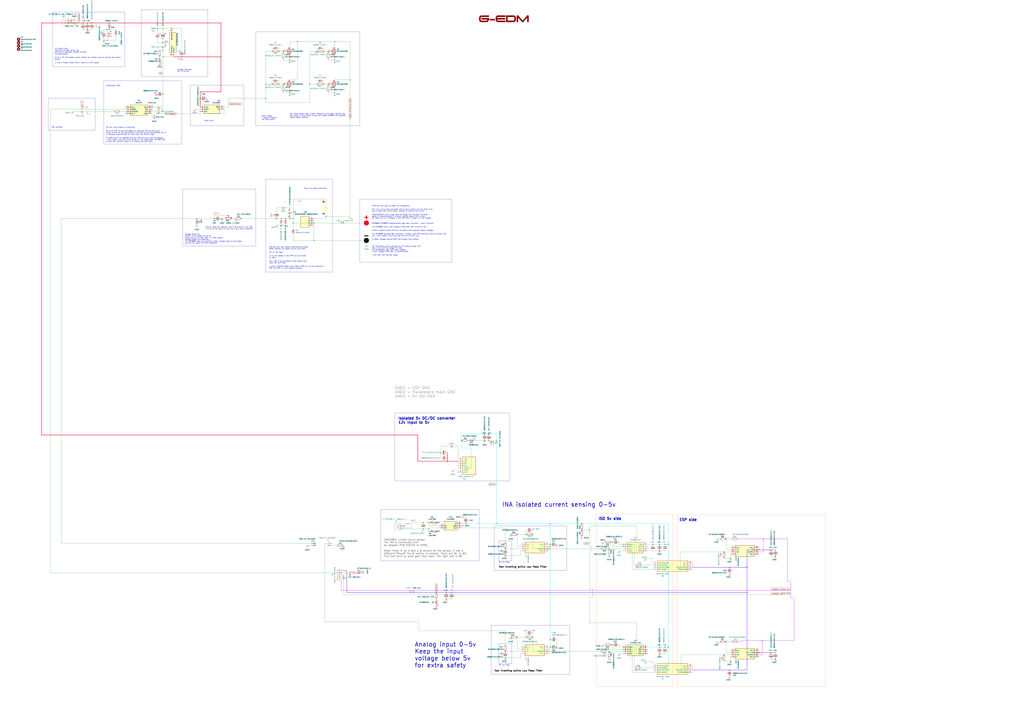
<source format=kicad_sch>
(kicad_sch (version 20230121) (generator eeschema)
  (paper "A0")
  (junction (at 618.49 740.41))
  (junction (at 406.4 92.71))
  (junction (at 511.81 525.78))
  (junction (at 576.58 511.81))
  (junction (at 518.16 695.96))
  (junction (at 340.36 254))
  (junction (at 476.25 688.34))
  (junction (at 610.87 621.03))
  (junction (at 519.43 532.13))
  (junction (at 257.81 254))
  (junction (at 524.51 688.34))
  (junction (at 331.47 254))
  (junction (at 765.81 640.08))
  (junction (at 316.23 97.79))
  (junction (at 368.3 59.69))
  (junction (at 567.69 504.19))
  (junction (at 586.74 645.16))
  (junction (at 772.16 632.46))
  (junction (at 120.65 46.99))
  (junction (at 840.74 641.35))
  (junction (at 895.35 758.19))
  (junction (at 381 59.69))
  (junction (at 336.55 254))
  (junction (at 900.43 765.81))
  (junction (at 375.92 97.79))
  (junction (at 101.6 34.29))
  (junction (at 328.93 97.79))
  (junction (at 881.38 638.81))
  (junction (at 321.31 254))
  (junction (at 772.16 751.84))
  (junction (at 881.38 758.19))
  (junction (at 638.81 632.46))
  (junction (at 895.35 638.81))
  (junction (at 326.39 254))
  (junction (at 345.44 48.26))
  (junction (at 586.74 756.92))
  (junction (at 396.24 259.08))
  (junction (at 600.71 740.41))
  (junction (at 675.64 608.33))
  (junction (at 723.9 754.38))
  (junction (at 535.94 511.81))
  (junction (at 86.36 26.67))
  (junction (at 308.61 114.3))
  (junction (at 840.74 760.73))
  (junction (at 336.55 107.95))
  (junction (at 848.36 768.35))
  (junction (at 900.43 646.43))
  (junction (at 707.39 637.54))
  (junction (at 867.41 758.19))
  (junction (at 189.23 33.02))
  (junction (at 95.25 129.54))
  (junction (at 328.93 59.69))
  (junction (at 388.62 69.85))
  (junction (at 541.02 608.33))
  (junction (at 638.81 742.95))
  (junction (at 182.88 33.02))
  (junction (at 480.06 688.34))
  (junction (at 124.46 46.99))
  (junction (at 638.81 635))
  (junction (at 506.73 688.34))
  (junction (at 336.55 69.85))
  (junction (at 723.9 632.46))
  (junction (at 775.97 659.13))
  (junction (at 364.49 259.08))
  (junction (at 248.92 254))
  (junction (at 765.81 751.84))
  (junction (at 885.19 744.22))
  (junction (at 359.41 97.79))
  (junction (at 189.23 109.22))
  (junction (at 637.54 637.54))
  (junction (at 316.23 59.69))
  (junction (at 867.41 688.34))
  (junction (at 775.97 632.46))
  (junction (at 646.43 751.84))
  (junction (at 675.64 615.95))
  (junction (at 638.81 608.33))
  (junction (at 637.54 756.92))
  (junction (at 106.68 26.67))
  (junction (at 368.3 97.79))
  (junction (at 308.61 97.79))
  (junction (at 843.28 626.11))
  (junction (at 189.23 66.04))
  (junction (at 88.9 26.67))
  (junction (at 524.51 518.16))
  (junction (at 847.09 778.51))
  (junction (at 711.2 629.92))
  (junction (at 127 26.67))
  (junction (at 684.53 615.95))
  (junction (at 497.84 607.06))
  (junction (at 886.46 626.11))
  (junction (at 328.93 241.3))
  (junction (at 381 97.79))
  (junction (at 518.16 688.34))
  (junction (at 723.9 751.84))
  (junction (at 867.41 659.13))
  (junction (at 388.62 107.95))
  (junction (at 176.53 124.46))
  (junction (at 491.49 607.06))
  (junction (at 189.23 49.53))
  (junction (at 707.39 756.92))
  (junction (at 340.36 259.08))
  (junction (at 326.39 261.62))
  (junction (at 519.43 535.94))
  (junction (at 586.74 637.54))
  (junction (at 179.07 135.89))
  (junction (at 847.09 659.13))
  (junction (at 378.46 251.46))
  (junction (at 600.71 621.03))
  (junction (at 638.81 751.84))
  (junction (at 765.81 759.46))
  (junction (at 723.9 635))
  (junction (at 228.6 254))
  (junction (at 127 34.29))
  (junction (at 848.36 648.97))
  (junction (at 364.49 279.4))
  (junction (at 775.97 751.84))
  (junction (at 843.28 745.49))
  (junction (at 256.54 66.04))
  (junction (at 765.81 632.46))
  (junction (at 189.23 58.42))
  (junction (at 232.41 114.3))
  (junction (at 567.69 511.81))
  (junction (at 375.92 59.69))
  (junction (at 497.84 614.68))
  (junction (at 562.61 511.81))
  (junction (at 586.74 764.54))
  (junction (at 576.58 608.33))
  (junction (at 396.24 665.48))
  (junction (at 199.39 33.02))
  (junction (at 184.15 132.08))
  (junction (at 610.87 740.41))
  (junction (at 758.19 632.46))
  (junction (at 491.49 614.68))
  (junction (at 85.09 26.67))
  (junction (at 398.78 259.08))
  (junction (at 323.85 97.79))
  (junction (at 101.6 26.67))
  (junction (at 96.52 26.67))
  (junction (at 124.46 34.29))
  (junction (at 184.15 124.46))
  (junction (at 210.82 66.04))
  (junction (at 618.49 621.03))
  (junction (at 388.62 48.26))
  (junction (at 323.85 59.69))
  (junction (at 189.23 54.61))
  (junction (at 711.2 749.3))
  (junction (at 562.61 504.19))
  (wire (pts (xy 532.13 543.56) (xy 547.37 543.56)) (stroke (width 0.4) (color 75 255 244 1)))
  (wire (pts (xy 359.41 97.79) (xy 359.41 59.69)))
  (wire (pts (xy 511.81 525.78) (xy 511.81 532.13)))
  (wire (pts (xy 709.93 749.3) (xy 711.2 749.3)))
  (wire (pts (xy 58.42 665.48) (xy 396.24 665.48)))
  (wire (pts (xy 139.7 129.54) (xy 146.05 129.54)))
  (wire (pts (xy 189.23 109.22) (xy 189.23 124.46)))
  (wire (pts (xy 189.23 45.72) (xy 189.23 49.53)))
  (wire (pts (xy 586.74 637.54) (xy 604.52 637.54)))
  (wire (pts (xy 85.09 26.67) (xy 86.36 26.67)) (stroke (width 0.5) (color 255 3 41 1)))
  (wire (pts (xy 48.26 26.67) (xy 48.26 505.46)) (stroke (width 0.5) (color 255 3 41 1)))
  (wire (pts (xy 364.49 254) (xy 378.46 254)))
  (wire (pts (xy 396.24 685.8) (xy 396.24 673.1)) (stroke (width 0.3) (color 219 43 255 1)))
  (wire (pts (xy 709.93 629.92) (xy 711.2 629.92)))
  (wire (pts (xy 340.36 279.4) (xy 364.49 279.4)))
  (wire (pts (xy 340.36 231.14) (xy 378.46 231.14)))
  (wire (pts (xy 758.19 648.97) (xy 758.19 654.05)))
  (wire (pts (xy 189.23 66.04) (xy 199.39 66.04)))
  (wire (pts (xy 847.09 659.13) (xy 867.41 659.13)) (stroke (width 0.4) (color 135 38 255 1)))
  (wire (pts (xy 308.61 97.79) (xy 308.61 114.3)))
  (wire (pts (xy 849.63 745.49) (xy 843.28 745.49)))
  (wire (pts (xy 895.35 646.43) (xy 900.43 646.43)))
  (wire (pts (xy 210.82 33.02) (xy 210.82 58.42)))
  (wire (pts (xy 232.41 114.3) (xy 232.41 124.46)) (stroke (width 0.5) (color 255 3 41 1)))
  (wire (pts (xy 127 34.29) (xy 124.46 34.29)))
  (wire (pts (xy 96.52 34.29) (xy 101.6 34.29)))
  (wire (pts (xy 600.71 621.03) (xy 610.87 621.03)))
  (wire (pts (xy 519.43 532.13) (xy 519.43 535.94)) (stroke (width 0.5) (color 255 3 41 1)))
  (wire (pts (xy 336.55 48.26) (xy 336.55 54.61)))
  (wire (pts (xy 316.23 93.98) (xy 316.23 97.79)))
  (wire (pts (xy 48.26 26.67) (xy 85.09 26.67)) (stroke (width 0.5) (color 255 3 41 1)))
  (wire (pts (xy 497.84 610.87) (xy 510.54 610.87)))
  (wire (pts (xy 688.34 693.42) (xy 684.53 693.42)))
  (polyline (pts (xy 378.46 247.65) (xy 378.46 243.84)) (stroke (width 0.3) (color 253 255 20 1)))
  (wire (pts (xy 758.19 659.13) (xy 775.97 659.13)) (stroke (width 0.4) (color 75 255 244 1)))
  (wire (pts (xy 402.59 662.94) (xy 402.59 688.34)) (stroke (width 0.4) (color 135 38 255 1)))
  (wire (pts (xy 260.35 132.08) (xy 260.35 127)))
  (wire (pts (xy 96.52 26.67) (xy 101.6 26.67)) (stroke (width 0.5) (color 255 3 41 1)))
  (wire (pts (xy 388.62 107.95) (xy 388.62 102.87)))
  (wire (pts (xy 336.55 254) (xy 340.36 254)))
  (wire (pts (xy 718.82 629.92) (xy 718.82 632.46)))
  (wire (pts (xy 684.53 615.95) (xy 684.53 610.87)))
  (wire (pts (xy 723.9 751.84) (xy 736.6 751.84)))
  (wire (pts (xy 189.23 49.53) (xy 189.23 54.61)))
  (wire (pts (xy 328.93 60.96) (xy 328.93 59.69)))
  (wire (pts (xy 538.48 600.71) (xy 541.02 600.71)))
  (wire (pts (xy 734.06 781.05) (xy 758.19 781.05)))
  (wire (pts (xy 885.19 744.22) (xy 885.19 760.73)) (stroke (width 0.3) (color 219 43 255 1)))
  (wire (pts (xy 843.28 638.81) (xy 843.28 626.11)))
  (polyline (pts (xy 381 242.57) (xy 375.92 241.3)) (stroke (width 0.3) (color 253 255 20 1)))
  (wire (pts (xy 480.06 688.34) (xy 506.73 688.34)) (stroke (width 0.4) (color 135 38 255 1)))
  (wire (pts (xy 336.55 109.22) (xy 336.55 107.95)))
  (wire (pts (xy 749.3 768.35) (xy 758.19 768.35)))
  (wire (pts (xy 775.97 659.13) (xy 775.97 751.84)) (stroke (width 0.4) (color 75 255 244 1)))
  (wire (pts (xy 375.92 97.79) (xy 381 97.79)))
  (wire (pts (xy 604.52 645.16) (xy 604.52 640.08)))
  (wire (pts (xy 511.81 518.16) (xy 511.81 525.78)))
  (wire (pts (xy 378.46 254) (xy 378.46 251.46)))
  (wire (pts (xy 618.49 621.03) (xy 618.49 637.54)))
  (wire (pts (xy 638.81 608.33) (xy 638.81 632.46)) (stroke (width 0.4) (color 75 255 244 1)))
  (wire (pts (xy 518.16 688.34) (xy 524.51 688.34)) (stroke (width 0.4) (color 135 38 255 1)))
  (wire (pts (xy 232.41 106.68) (xy 232.41 114.3)) (stroke (width 0.5) (color 255 3 41 1)))
  (wire (pts (xy 378.46 247.65) (xy 378.46 251.46)))
  (wire (pts (xy 88.9 26.67) (xy 96.52 26.67)) (stroke (width 0.5) (color 255 3 41 1)))
  (wire (pts (xy 308.61 114.3) (xy 308.61 119.38)))
  (wire (pts (xy 477.52 613.41) (xy 477.52 607.06)))
  (wire (pts (xy 751.84 632.46) (xy 758.19 632.46)) (stroke (width 0.4) (color 75 255 244 1)))
  (wire (pts (xy 610.87 735.33) (xy 610.87 740.41)))
  (wire (pts (xy 637.54 756.92) (xy 697.23 756.92)))
  (wire (pts (xy 586.74 764.54) (xy 604.52 764.54)))
  (wire (pts (xy 775.97 608.33) (xy 775.97 632.46)) (stroke (width 0.4) (color 75 255 244 1)))
  (wire (pts (xy 402.59 662.94) (xy 396.24 662.94)) (stroke (width 0.4) (color 135 38 255 1)))
  (wire (pts (xy 375.92 59.69) (xy 381 59.69)))
  (wire (pts (xy 280.67 254) (xy 321.31 254)))
  (wire (pts (xy 918.21 685.8) (xy 396.24 685.8)) (stroke (width 0.3) (color 219 43 255 1)))
  (wire (pts (xy 184.15 132.08) (xy 260.35 132.08)))
  (wire (pts (xy 378.46 251.46) (xy 406.4 251.46)))
  (wire (pts (xy 711.2 635) (xy 723.9 635)))
  (wire (pts (xy 101.6 26.67) (xy 106.68 26.67)) (stroke (width 0.5) (color 255 3 41 1)))
  (wire (pts (xy 120.65 34.29) (xy 124.46 34.29)))
  (wire (pts (xy 861.06 745.49) (xy 857.25 745.49)) (stroke (width 0.3) (color 219 43 255 1)))
  (wire (pts (xy 406.4 92.71) (xy 406.4 251.46)))
  (wire (pts (xy 331.47 254) (xy 336.55 254)))
  (wire (pts (xy 83.82 129.54) (xy 95.25 129.54)))
  (wire (pts (xy 95.25 129.54) (xy 132.08 129.54)))
  (wire (pts (xy 381 107.95) (xy 388.62 107.95)))
  (polyline (pts (xy 374.65 242.57) (xy 381 242.57)) (stroke (width 0.3) (color 253 255 20 1)))
  (wire (pts (xy 265.43 114.3) (xy 265.43 124.46)))
  (wire (pts (xy 368.3 55.88) (xy 368.3 59.69)))
  (wire (pts (xy 134.62 46.99) (xy 124.46 46.99)))
  (wire (pts (xy 535.94 608.33) (xy 541.02 608.33)) (stroke (width 0.4) (color 75 255 244 1)))
  (wire (pts (xy 248.92 250.19) (xy 265.43 250.19)))
  (wire (pts (xy 269.24 254) (xy 273.05 254)))
  (wire (pts (xy 388.62 71.12) (xy 388.62 69.85)))
  (wire (pts (xy 734.06 754.38) (xy 734.06 781.05)))
  (wire (pts (xy 406.4 48.26) (xy 406.4 92.71)))
  (wire (pts (xy 398.78 668.02) (xy 396.24 668.02)))
  (wire (pts (xy 848.36 648.97) (xy 848.36 643.89)))
  (wire (pts (xy 256.54 66.04) (xy 256.54 106.68)) (stroke (width 0.5) (color 255 3 41 1)))
  (wire (pts (xy 775.97 751.84) (xy 772.16 751.84)) (stroke (width 0.4) (color 75 255 244 1)))
  (wire (pts (xy 326.39 254) (xy 331.47 254)))
  (wire (pts (xy 736.6 632.46) (xy 736.6 656.59)))
  (wire (pts (xy 485.14 505.46) (xy 485.14 535.94)) (stroke (width 0.5) (color 255 3 41 1)))
  (wire (pts (xy 398.78 259.08) (xy 425.45 259.08)))
  (wire (pts (xy 388.62 48.26) (xy 388.62 54.61)))
  (wire (pts (xy 687.07 640.08) (xy 684.53 640.08)))
  (wire (pts (xy 711.2 635) (xy 711.2 629.92)))
  (wire (pts (xy 375.92 55.88) (xy 375.92 59.69)))
  (wire (pts (xy 914.4 626.11) (xy 914.4 675.64)) (stroke (width 0.3) (color 219 43 255 1)))
  (wire (pts (xy 323.85 97.79) (xy 328.93 97.79)))
  (wire (pts (xy 463.55 614.68) (xy 463.55 610.87)))
  (polyline (pts (xy 377.19 240.03) (xy 378.46 240.03)) (stroke (width 0.3) (color 253 255 20 1)))
  (wire (pts (xy 600.71 740.41) (xy 600.71 754.38)))
  (wire (pts (xy 684.53 640.08) (xy 684.53 684.53)))
  (wire (pts (xy 326.39 261.62) (xy 331.47 261.62)))
  (wire (pts (xy 519.43 535.94) (xy 532.13 535.94)) (stroke (width 0.5) (color 255 3 41 1)))
  (wire (pts (xy 519.43 525.78) (xy 519.43 532.13)) (stroke (width 0.5) (color 255 3 41 1)))
  (wire (pts (xy 586.74 732.79) (xy 586.74 749.3)))
  (wire (pts (xy 535.94 504.19) (xy 535.94 511.81)) (stroke (width 0.4) (color 75 255 244 1)))
  (wire (pts (xy 751.84 635) (xy 751.84 637.54)))
  (wire (pts (xy 840.74 760.73) (xy 848.36 760.73)))
  (wire (pts (xy 364.49 261.62) (xy 364.49 279.4)))
  (wire (pts (xy 189.23 33.02) (xy 199.39 33.02)))
  (wire (pts (xy 518.16 695.96) (xy 524.51 695.96)))
  (wire (pts (xy 922.02 694.69) (xy 922.02 744.22)) (stroke (width 0.3) (color 219 43 255 1)))
  (wire (pts (xy 232.41 106.68) (xy 256.54 106.68)) (stroke (width 0.5) (color 255 3 41 1)))
  (wire (pts (xy 368.3 93.98) (xy 368.3 97.79)))
  (wire (pts (xy 758.19 632.46) (xy 765.81 632.46)) (stroke (width 0.4) (color 75 255 244 1)))
  (wire (pts (xy 308.61 119.38) (xy 359.41 119.38)))
  (wire (pts (xy 491.49 607.06) (xy 497.84 607.06)))
  (wire (pts (xy 381 99.06) (xy 381 97.79)))
  (wire (pts (xy 843.28 638.81) (xy 848.36 638.81)))
  (wire (pts (xy 425.45 279.4) (xy 425.45 284.48)))
  (wire (pts (xy 881.38 638.81) (xy 895.35 638.81)) (stroke (width 0.4) (color 135 38 255 1)))
  (wire (pts (xy 918.21 675.64) (xy 918.21 685.8)) (stroke (width 0.3) (color 219 43 255 1)))
  (wire (pts (xy 463.55 610.87) (xy 471.17 610.87)))
  (wire (pts (xy 106.68 26.67) (xy 127 26.67)) (stroke (width 0.5) (color 255 3 41 1)))
  (wire (pts (xy 867.41 778.51) (xy 867.41 758.19)) (stroke (width 0.4) (color 135 38 255 1)))
  (wire (pts (xy 744.22 775.97) (xy 758.19 775.97)))
  (wire (pts (xy 718.82 759.46) (xy 723.9 759.46)))
  (wire (pts (xy 758.19 778.51) (xy 775.97 778.51)) (stroke (width 0.4) (color 75 255 244 1)))
  (wire (pts (xy 364.49 279.4) (xy 425.45 279.4)))
  (polyline (pts (xy 375.92 241.3) (xy 379.73 241.3)) (stroke (width 0.3) (color 253 255 20 1)))
  (wire (pts (xy 739.14 640.08) (xy 751.84 640.08)))
  (wire (pts (xy 610.87 615.95) (xy 610.87 621.03)))
  (wire (pts (xy 124.46 41.91) (xy 124.46 46.99)))
  (wire (pts (xy 388.62 109.22) (xy 388.62 107.95)))
  (wire (pts (xy 751.84 754.38) (xy 751.84 756.92)))
  (wire (pts (xy 791.21 760.73) (xy 791.21 781.05)))
  (wire (pts (xy 562.61 511.81) (xy 567.69 511.81)))
  (wire (pts (xy 182.88 49.53) (xy 189.23 49.53)))
  (wire (pts (xy 184.15 124.46) (xy 189.23 124.46)))
  (wire (pts (xy 922.02 694.69) (xy 918.21 694.69)) (stroke (width 0.3) (color 219 43 255 1)))
  (wire (pts (xy 772.16 751.84) (xy 765.81 751.84)) (stroke (width 0.4) (color 75 255 244 1)))
  (wire (pts (xy 248.92 254) (xy 228.6 254)))
  (wire (pts (xy 388.62 48.26) (xy 406.4 48.26)))
  (wire (pts (xy 120.65 46.99) (xy 124.46 46.99)))
  (wire (pts (xy 684.53 615.95) (xy 684.53 635)))
  (wire (pts (xy 765.81 640.08) (xy 772.16 640.08)))
  (wire (pts (xy 718.82 640.08) (xy 723.9 640.08)))
  (wire (pts (xy 359.41 119.38) (xy 359.41 97.79)))
  (wire (pts (xy 604.52 764.54) (xy 604.52 759.46)))
  (wire (pts (xy 918.21 675.64) (xy 914.4 675.64)) (stroke (width 0.3) (color 219 43 255 1)))
  (wire (pts (xy 600.71 635) (xy 604.52 635)))
  (wire (pts (xy 388.62 69.85) (xy 388.62 64.77)))
  (wire (pts (xy 739.14 610.87) (xy 739.14 640.08)))
  (polyline (pts (xy 378.46 240.03) (xy 378.46 236.22)) (stroke (width 0.3) (color 253 255 20 1)))
  (wire (pts (xy 562.61 504.19) (xy 567.69 504.19)) (stroke (width 0.4) (color 75 255 244 1)))
  (wire (pts (xy 476.25 688.34) (xy 480.06 688.34)) (stroke (width 0.4) (color 135 38 255 1)))
  (wire (pts (xy 199.39 33.02) (xy 210.82 33.02)))
  (wire (pts (xy 256.54 254) (xy 257.81 254)))
  (wire (pts (xy 388.62 92.71) (xy 406.4 92.71)))
  (wire (pts (xy 256.54 26.67) (xy 256.54 66.04)) (stroke (width 0.5) (color 255 3 41 1)))
  (wire (pts (xy 535.94 504.19) (xy 562.61 504.19)) (stroke (width 0.4) (color 75 255 244 1)))
  (wire (pts (xy 497.84 614.68) (xy 497.84 617.22)))
  (wire (pts (xy 340.36 231.14) (xy 340.36 254)))
  (wire (pts (xy 134.62 41.91) (xy 134.62 46.99)))
  (wire (pts (xy 638.81 632.46) (xy 638.81 635)) (stroke (width 0.4) (color 75 255 244 1)))
  (wire (pts (xy 576.58 608.33) (xy 638.81 608.33)) (stroke (width 0.4) (color 75 255 244 1)))
  (wire (pts (xy 328.93 107.95) (xy 336.55 107.95)))
  (wire (pts (xy 532.13 518.16) (xy 532.13 533.4)))
  (wire (pts (xy 379.73 633.73) (xy 391.16 633.73)))
  (wire (pts (xy 567.69 511.81) (xy 570.23 511.81)))
  (wire (pts (xy 684.53 723.9) (xy 739.14 723.9)))
  (wire (pts (xy 551.18 511.81) (xy 562.61 511.81)))
  (wire (pts (xy 378.46 231.14) (xy 378.46 236.22)))
  (wire (pts (xy 687.07 635) (xy 687.07 640.08)))
  (wire (pts (xy 336.55 48.26) (xy 345.44 48.26)))
  (wire (pts (xy 734.06 661.67) (xy 758.19 661.67)))
  (wire (pts (xy 535.94 511.81) (xy 535.94 520.7)) (stroke (width 0.4) (color 75 255 244 1)))
  (wire (pts (xy 707.39 756.92) (xy 723.9 756.92)))
  (wire (pts (xy 736.6 656.59) (xy 737.87 656.59)))
  (wire (pts (xy 684.53 693.42) (xy 684.53 723.9)))
  (wire (pts (xy 359.41 97.79) (xy 368.3 97.79)))
  (wire (pts (xy 857.25 626.11) (xy 886.46 626.11)) (stroke (width 0.3) (color 219 43 255 1)))
  (wire (pts (xy 120.65 36.83) (xy 120.65 34.29)))
  (wire (pts (xy 336.55 71.12) (xy 336.55 69.85)))
  (wire (pts (xy 210.82 66.04) (xy 256.54 66.04)) (stroke (width 0.5) (color 255 3 41 1)))
  (wire (pts (xy 381 69.85) (xy 381 68.58)))
  (wire (pts (xy 908.05 688.34) (xy 918.21 688.34)))
  (wire (pts (xy 381 107.95) (xy 381 106.68)))
  (wire (pts (xy 699.77 629.92) (xy 702.31 629.92)))
  (wire (pts (xy 226.06 127) (xy 232.41 127)))
  (wire (pts (xy 803.91 778.51) (xy 847.09 778.51)) (stroke (width 0.4) (color 135 38 255 1)))
  (wire (pts (xy 918.21 688.34) (xy 918.21 694.69)) (stroke (width 0.3) (color 219 43 255 1)))
  (wire (pts (xy 71.12 631.19) (xy 367.03 631.19)))
  (wire (pts (xy 328.93 69.85) (xy 328.93 68.58)))
  (wire (pts (xy 340.36 273.05) (xy 340.36 279.4)))
  (wire (pts (xy 359.41 59.69) (xy 368.3 59.69)))
  (wire (pts (xy 58.42 127) (xy 58.42 665.48)))
  (wire (pts (xy 477.52 607.06) (xy 491.49 607.06)))
  (wire (pts (xy 867.41 688.34) (xy 867.41 758.19)) (stroke (width 0.4) (color 135 38 255 1)))
  (wire (pts (xy 201.93 66.04) (xy 210.82 66.04)) (stroke (width 0.5) (color 255 3 41 1)))
  (wire (pts (xy 189.23 66.04) (xy 189.23 109.22)))
  (wire (pts (xy 336.55 69.85) (xy 336.55 64.77)))
  (wire (pts (xy 711.2 754.38) (xy 711.2 749.3)))
  (wire (pts (xy 308.61 59.69) (xy 316.23 59.69)))
  (wire (pts (xy 524.51 518.16) (xy 511.81 518.16)))
  (wire (pts (xy 675.64 608.33) (xy 775.97 608.33)) (stroke (width 0.4) (color 75 255 244 1)))
  (wire (pts (xy 843.28 758.19) (xy 843.28 745.49)))
  (wire (pts (xy 176.53 132.08) (xy 176.53 135.89)))
  (wire (pts (xy 265.43 114.3) (xy 308.61 114.3)))
  (wire (pts (xy 58.42 127) (xy 146.05 127)))
  (wire (pts (xy 377.19 722.63) (xy 486.41 722.63)))
  (wire (pts (xy 758.19 640.08) (xy 765.81 640.08)))
  (wire (pts (xy 789.94 641.35) (xy 840.74 641.35)))
  (wire (pts (xy 751.84 751.84) (xy 765.81 751.84)) (stroke (width 0.4) (color 75 255 244 1)))
  (wire (pts (xy 396.24 259.08) (xy 398.78 259.08)))
  (wire (pts (xy 506.73 688.34) (xy 518.16 688.34)) (stroke (width 0.4) (color 135 38 255 1)))
  (wire (pts (xy 463.55 614.68) (xy 491.49 614.68)))
  (wire (pts (xy 791.21 781.05) (xy 803.91 781.05)))
  (wire (pts (xy 586.74 756.92) (xy 604.52 756.92)))
  (wire (pts (xy 486.41 732.79) (xy 586.74 732.79)))
  (wire (pts (xy 861.06 744.22) (xy 861.06 745.49)) (stroke (width 0.3) (color 219 43 255 1)))
  (wire (pts (xy 48.26 505.46) (xy 485.14 505.46)) (stroke (width 0.5) (color 255 3 41 1)))
  (wire (pts (xy 182.88 45.72) (xy 182.88 49.53)))
  (wire (pts (xy 345.44 48.26) (xy 345.44 92.71)))
  (wire (pts (xy 840.74 648.97) (xy 848.36 648.97)))
  (wire (pts (xy 336.55 107.95) (xy 336.55 102.87)))
  (wire (pts (xy 124.46 34.29) (xy 124.46 39.37)))
  (wire (pts (xy 723.9 754.38) (xy 734.06 754.38)))
  (wire (pts (xy 908.05 690.88) (xy 908.05 688.34)))
  (wire (pts (xy 189.23 49.53) (xy 191.77 49.53)))
  (wire (pts (xy 177.8 33.02) (xy 182.88 33.02)))
  (wire (pts (xy 323.85 59.69) (xy 328.93 59.69)))
  (wire (pts (xy 638.81 608.33) (xy 675.64 608.33)) (stroke (width 0.4) (color 75 255 244 1)))
  (wire (pts (xy 718.82 632.46) (xy 723.9 632.46)))
  (wire (pts (xy 646.43 742.95) (xy 646.43 751.84)))
  (wire (pts (xy 323.85 55.88) (xy 323.85 59.69)))
  (wire (pts (xy 600.71 754.38) (xy 604.52 754.38)))
  (wire (pts (xy 323.85 93.98) (xy 323.85 97.79)))
  (wire (pts (xy 364.49 259.08) (xy 396.24 259.08)))
  (wire (pts (xy 535.94 520.7) (xy 547.37 520.7)) (stroke (width 0.4) (color 75 255 244 1)))
  (wire (pts (xy 328.93 99.06) (xy 328.93 97.79)))
  (wire (pts (xy 867.41 659.13) (xy 867.41 638.81)) (stroke (width 0.4) (color 135 38 255 1)))
  (wire (pts (xy 638.81 635) (xy 638.81 742.95)) (stroke (width 0.4) (color 75 255 244 1)))
  (wire (pts (xy 699.77 749.3) (xy 702.31 749.3)))
  (wire (pts (xy 618.49 740.41) (xy 618.49 756.92)))
  (wire (pts (xy 189.23 58.42) (xy 189.23 66.04)))
  (wire (pts (xy 127 26.67) (xy 123.19 26.67)))
  (wire (pts (xy 848.36 768.35) (xy 848.36 763.27)))
  (wire (pts (xy 775.97 751.84) (xy 775.97 778.51)) (stroke (width 0.4) (color 75 255 244 1)))
  (wire (pts (xy 356.87 633.73) (xy 367.03 633.73)))
  (wire (pts (xy 328.93 69.85) (xy 336.55 69.85)))
  (wire (pts (xy 638.81 751.84) (xy 638.81 754.38)) (stroke (width 0.4) (color 75 255 244 1)))
  (wire (pts (xy 248.92 250.19) (xy 248.92 254)))
  (wire (pts (xy 182.88 33.02) (xy 182.88 38.1)))
  (wire (pts (xy 491.49 614.68) (xy 497.84 614.68)))
  (wire (pts (xy 885.19 760.73) (xy 881.38 760.73)) (stroke (width 0.3) (color 219 43 255 1)))
  (wire (pts (xy 377.19 631.19) (xy 377.19 722.63)))
  (wire (pts (xy 182.88 33.02) (xy 189.23 33.02)))
  (wire (pts (xy 881.38 758.19) (xy 895.35 758.19)) (stroke (width 0.4) (color 135 38 255 1)))
  (wire (pts (xy 572.77 511.81) (xy 576.58 511.81)) (stroke (width 0.4) (color 75 255 244 1)))
  (wire (pts (xy 189.23 33.02) (xy 189.23 38.1)))
  (wire (pts (xy 739.14 759.46) (xy 751.84 759.46)))
  (wire (pts (xy 257.81 254) (xy 261.62 254)))
  (wire (pts (xy 637.54 637.54) (xy 697.23 637.54)))
  (polyline (pts (xy 379.73 241.3) (xy 377.19 240.03)) (stroke (width 0.3) (color 253 255 20 1)))
  (wire (pts (xy 328.93 107.95) (xy 328.93 106.68)))
  (wire (pts (xy 736.6 751.84) (xy 736.6 775.97)))
  (wire (pts (xy 181.61 132.08) (xy 184.15 132.08)))
  (wire (pts (xy 867.41 638.81) (xy 881.38 638.81)) (stroke (width 0.4) (color 135 38 255 1)))
  (wire (pts (xy 525.78 546.1) (xy 532.13 546.1)))
  (wire (pts (xy 723.9 635) (xy 734.06 635)))
  (wire (pts (xy 101.6 34.29) (xy 106.68 34.29)))
  (wire (pts (xy 618.49 740.41) (xy 618.49 735.33)))
  (wire (pts (xy 867.41 758.19) (xy 881.38 758.19)) (stroke (width 0.4) (color 135 38 255 1)))
  (wire (pts (xy 886.46 626.11) (xy 914.4 626.11)) (stroke (width 0.3) (color 219 43 255 1)))
  (wire (pts (xy 127 26.67) (xy 256.54 26.67)) (stroke (width 0.5) (color 255 3 41 1)))
  (wire (pts (xy 402.59 688.34) (xy 476.25 688.34)) (stroke (width 0.4) (color 135 38 255 1)))
  (polyline (pts (xy 378.46 243.84) (xy 374.65 242.57)) (stroke (width 0.3) (color 253 255 20 1)))
  (wire (pts (xy 396.24 665.48) (xy 405.13 665.48)))
  (wire (pts (xy 377.19 631.19) (xy 379.73 631.19)))
  (wire (pts (xy 849.63 626.11) (xy 843.28 626.11)))
  (wire (pts (xy 547.37 520.7) (xy 547.37 543.56)) (stroke (width 0.4) (color 75 255 244 1)))
  (wire (pts (xy 675.64 615.95) (xy 684.53 615.95)))
  (wire (pts (xy 471.17 613.41) (xy 477.52 613.41)))
  (wire (pts (xy 886.46 641.35) (xy 881.38 641.35)) (stroke (width 0.3) (color 219 43 255 1)))
  (wire (pts (xy 775.97 632.46) (xy 775.97 659.13)) (stroke (width 0.4) (color 75 255 244 1)))
  (wire (pts (xy 398.78 670.56) (xy 398.78 690.88)))
  (wire (pts (xy 85.09 24.13) (xy 86.36 24.13)))
  (wire (pts (xy 485.14 535.94) (xy 519.43 535.94)) (stroke (width 0.5) (color 255 3 41 1)))
  (wire (pts (xy 704.85 637.54) (xy 707.39 637.54)))
  (wire (pts (xy 618.49 756.92) (xy 637.54 756.92)))
  (wire (pts (xy 739.14 723.9) (xy 739.14 759.46)))
  (wire (pts (xy 745.49 656.59) (xy 758.19 656.59)))
  (wire (pts (xy 340.36 259.08) (xy 364.49 259.08)))
  (wire (pts (xy 791.21 760.73) (xy 840.74 760.73)))
  (wire (pts (xy 576.58 504.19) (xy 576.58 511.81)) (stroke (width 0.4) (color 75 255 244 1)))
  (wire (pts (xy 176.53 124.46) (xy 184.15 124.46)))
  (wire (pts (xy 328.93 241.3) (xy 336.55 241.3)))
  (wire (pts (xy 833.12 626.11) (xy 835.66 626.11)))
  (wire (pts (xy 833.12 745.49) (xy 835.66 745.49)))
  (wire (pts (xy 381 60.96) (xy 381 59.69)))
  (wire (pts (xy 345.44 48.26) (xy 388.62 48.26)))
  (wire (pts (xy 789.94 641.35) (xy 789.94 661.67)))
  (wire (pts (xy 88.9 26.67) (xy 86.36 26.67)) (stroke (width 0.5) (color 255 3 41 1)))
  (wire (pts (xy 843.28 758.19) (xy 848.36 758.19)))
  (wire (pts (xy 181.61 129.54) (xy 181.61 132.08)))
  (wire (pts (xy 684.53 610.87) (xy 739.14 610.87)))
  (wire (pts (xy 71.12 254) (xy 71.12 631.19)))
  (wire (pts (xy 185.42 58.42) (xy 189.23 58.42)))
  (wire (pts (xy 895.35 638.81) (xy 887.73 638.81)))
  (wire (pts (xy 321.31 261.62) (xy 326.39 261.62)))
  (wire (pts (xy 789.94 661.67) (xy 803.91 661.67)))
  (wire (pts (xy 600.71 740.41) (xy 610.87 740.41)))
  (wire (pts (xy 260.35 124.46) (xy 265.43 124.46)))
  (wire (pts (xy 524.51 688.34) (xy 867.41 688.34)) (stroke (width 0.4) (color 135 38 255 1)))
  (wire (pts (xy 586.74 645.16) (xy 604.52 645.16)))
  (wire (pts (xy 847.09 778.51) (xy 867.41 778.51)) (stroke (width 0.4) (color 135 38 255 1)))
  (wire (pts (xy 321.31 254) (xy 326.39 254)))
  (wire (pts (xy 497.84 613.41) (xy 497.84 614.68)))
  (wire (pts (xy 684.53 635) (xy 687.07 635)))
  (wire (pts (xy 711.2 754.38) (xy 723.9 754.38)))
  (wire (pts (xy 127 34.29) (xy 134.62 34.29)))
  (wire (pts (xy 120.65 44.45) (xy 120.65 46.99)))
  (wire (pts (xy 895.35 638.81) (xy 900.43 638.81)) (stroke (width 0.4) (color 135 38 255 1)))
  (wire (pts (xy 381 69.85) (xy 388.62 69.85)))
  (wire (pts (xy 718.82 751.84) (xy 723.9 751.84)))
  (wire (pts (xy 638.81 742.95) (xy 638.81 751.84)) (stroke (width 0.4) (color 75 255 244 1)))
  (wire (pts (xy 532.13 518.16) (xy 524.51 518.16)))
  (wire (pts (xy 497.84 607.06) (xy 497.84 610.87)))
  (wire (pts (xy 600.71 621.03) (xy 600.71 635)))
  (wire (pts (xy 895.35 758.19) (xy 900.43 758.19)) (stroke (width 0.4) (color 135 38 255 1)))
  (wire (pts (xy 688.34 684.53) (xy 688.34 693.42)))
  (wire (pts (xy 535.94 613.41) (xy 586.74 613.41)))
  (wire (pts (xy 345.44 92.71) (xy 336.55 92.71)))
  (wire (pts (xy 177.8 33.02) (xy 177.8 34.29)))
  (wire (pts (xy 316.23 55.88) (xy 316.23 59.69)))
  (wire (pts (xy 886.46 626.11) (xy 886.46 641.35)) (stroke (width 0.3) (color 219 43 255 1)))
  (wire (pts (xy 586.74 613.41) (xy 586.74 629.92)))
  (wire (pts (xy 758.19 768.35) (xy 758.19 773.43)))
  (wire (pts (xy 618.49 637.54) (xy 637.54 637.54)))
  (wire (pts (xy 340.36 254) (xy 340.36 259.08)))
  (wire (pts (xy 328.93 241.3) (xy 321.31 241.3)))
  (wire (pts (xy 398.78 690.88) (xy 908.05 690.88)))
  (wire (pts (xy 803.91 659.13) (xy 847.09 659.13)) (stroke (width 0.4) (color 135 38 255 1)))
  (wire (pts (xy 772.16 632.46) (xy 765.81 632.46)) (stroke (width 0.4) (color 75 255 244 1)))
  (wire (pts (xy 176.53 135.89) (xy 179.07 135.89)))
  (wire (pts (xy 618.49 621.03) (xy 618.49 615.95)))
  (wire (pts (xy 718.82 749.3) (xy 718.82 751.84)))
  (wire (pts (xy 638.81 635) (xy 637.54 635)) (stroke (width 0.4) (color 75 255 244 1)))
  (wire (pts (xy 396.24 670.56) (xy 398.78 670.56)))
  (wire (pts (xy 707.39 637.54) (xy 723.9 637.54)))
  (wire (pts (xy 364.49 256.54) (xy 364.49 259.08)))
  (wire (pts (xy 308.61 59.69) (xy 308.61 97.79)))
  (wire (pts (xy 321.31 241.3) (xy 321.31 246.38)))
  (wire (pts (xy 867.41 688.34) (xy 867.41 659.13)) (stroke (width 0.4) (color 135 38 255 1)))
  (wire (pts (xy 638.81 754.38) (xy 637.54 754.38)) (stroke (width 0.4) (color 75 255 244 1)))
  (wire (pts (xy 308.61 97.79) (xy 316.23 97.79)))
  (wire (pts (xy 497.84 613.41) (xy 510.54 613.41)))
  (wire (pts (xy 861.06 744.22) (xy 885.19 744.22)) (stroke (width 0.3) (color 219 43 255 1)))
  (wire (pts (xy 576.58 511.81) (xy 576.58 608.33)) (stroke (width 0.4) (color 75 255 244 1)))
  (wire (pts (xy 541.02 608.33) (xy 576.58 608.33)) (stroke (width 0.4) (color 75 255 244 1)))
  (wire (pts (xy 704.85 756.92) (xy 707.39 756.92)))
  (wire (pts (xy 567.69 504.19) (xy 576.58 504.19)) (stroke (width 0.4) (color 75 255 244 1)))
  (wire (pts (xy 734.06 635) (xy 734.06 661.67)))
  (wire (pts (xy 840.74 641.35) (xy 848.36 641.35)))
  (wire (pts (xy 228.6 254) (xy 71.12 254)))
  (wire (pts (xy 176.53 129.54) (xy 181.61 129.54)))
  (wire (pts (xy 749.3 648.97) (xy 758.19 648.97)))
  (wire (pts (xy 885.19 744.22) (xy 922.02 744.22)) (stroke (width 0.3) (color 219 43 255 1)))
  (wire (pts (xy 775.97 632.46) (xy 772.16 632.46)) (stroke (width 0.4) (color 75 255 244 1)))
  (wire (pts (xy 765.81 759.46) (xy 772.16 759.46)))
  (wire (pts (xy 189.23 54.61) (xy 189.23 58.42)))
  (wire (pts (xy 340.36 265.43) (xy 340.36 259.08)))
  (wire (pts (xy 895.35 765.81) (xy 900.43 765.81)))
  (wire (pts (xy 723.9 632.46) (xy 736.6 632.46)))
  (wire (pts (xy 684.53 684.53) (xy 688.34 684.53)))
  (wire (pts (xy 486.41 732.79) (xy 486.41 722.63)))
  (wire (pts (xy 375.92 93.98) (xy 375.92 97.79)))
  (wire (pts (xy 840.74 768.35) (xy 848.36 768.35)))
  (rectangle (start 579.12 628.65) (end 594.36 651.51))
  (rectangle (start 570.23 726.44) (end 661.67 783.59))
  (rectangle (start 120.65 93.98) (end 210.82 167.64))
  (rectangle (start 60.96 13.97) (end 144.78 77.47))
  (circle (center 425.45 279.4) (radius 2.8398) (stroke (width 0) (color 0 0 0 1)) (fill (type color) (color 0 0 0 1)))
  (rectangle (start 786.13 598.17) (end 958.85 797.56) (stroke (width 0) (color 255 132 70 1)))
  (rectangle (start 458.47 480.06) (end 591.82 558.8))
  (rectangle (start 441.96 591.82) (end 556.26 651.51))
  (rectangle (start 417.83 231.14) (end 524.51 304.8))
  (rectangle (start 163.83 11.43) (end 241.3 88.9))
  (rectangle (start 212.09 219.71) (end 297.18 285.75))
  (rectangle (start 55.88 114.3) (end 110.49 151.13))
  (rectangle (start 308.61 208.28) (end 386.08 316.23))
  (rectangle (start 297.18 36.83) (end 417.83 146.05))
  (rectangle (start 220.98 99.06) (end 283.21 146.05))
  (rectangle (start 692.15 596.9) (end 781.05 797.56) (stroke (width 0) (color 255 132 70 1)))
  (rectangle (start 574.04 610.87) (end 657.86 662.94))
  (circle (center 425.45 259.08) (radius 2.8398) (stroke (width 0) (color 255 0 19 1)) (fill (type color) (color 255 2 34 1)))
  (rectangle (start 579.12 748.03) (end 594.36 770.89))
  (text "Isolated 5v DC/DC converter\n12v Input to 5v" (at 462.28 492.76 0) (effects (font (size 3 3) (thickness 0.6) bold) (justify left bottom)))
  (text "There are two ways to power the pulseboard.\n\nOne is to use a buck converter with current control and the other is to \nuse a linear PSU with a power resistor to control the current.\n\nPowerresistors are a huge waste of energy and the buck converter \noption is recommended. If a power resistor based PSU is used \nthe flash cap C4 is needed. If the DPM/DPH is used it is not needed.\n\n\nDPM8605/DPH8909 programmable step down converter / buck converter\n\nThe DPM8605 has a max voltage of 60v and max current of 5A.\n\nThere is another series of buck converters that supports higher voltages.\n\nThe DPH8909 provides 96V and 9,6A. In theory.. the PCB should be able to handle 10A\nbut I never tested it and also did not test the DPH yet.\n\nA higher voltage should make the process more stable.\n\n\n\nThe INA based current sensing on the external sense unit\nhas a max working voltage of 110v. \nThe pulseboard uses 110v zener diodes.\nA max voltage of 80-90v is recommended.\n\nI still work with the 60v setup." (at 431.8 297.18 0) (effects (font (size 1.27 1.27)) (justify left bottom)))
  (text "INA isolated current sensing 0-5v " (at 582.93 589.28 0) (effects (font (size 5 5) (thickness 0.6) bold) (justify left bottom)))
  (text "C5 can make the reaction slow if the value is too high\nIt is ok to not use it or just use a tiny value capacitor" (at 238.76 266.7 0) (effects (font (size 1.27 1.27)) (justify left bottom)))
  (text "Power stage\n4 parallel Mosfets\nLow side switch" (at 303.53 139.7 0) (effects (font (size 1.27 1.27)) (justify left bottom)))
  (text "-" (at 373.38 250.19 0) (effects (font (size 3 3) (thickness 1) bold) (justify left bottom)))
  (text "Optocoupler PWM" (at 123.19 100.33 0) (effects (font (size 1.27 1.27)) (justify left bottom)))
  (text "-" (at 421.64 276.86 0) (effects (font (size 5 5) (thickness 1) bold) (justify left bottom)))
  (text "RC Low Pass" (at 579.12 773.43 0) (effects (font (size 1.27 1.27)) (justify left bottom)))
  (text "Voltage divider to\nreduce input voltage to max 5v \n(never go max 5v and keep it a little below)\nVoltage drops are measured\nThe DPM8605 does not provide a linear voltage drop but the signal\ncan still be useful for short detection" (at 214.63 283.21 0) (effects (font (size 1.27 1.27)) (justify left bottom)))
  (text "INA293B3 current shunt sensor\nThe INA is connected with\nan adapter PCB (SOT23 to DIP6)\n\nNote: There is an A and a B version of the sensor. A has a \ndifferent Pinout! The B version is needed. There are B1 to B5. \nThis just tells us what gain they have. The right one is B3." (at 445.77 647.7 0) (effects (font (size 2 2)) (justify left bottom)))
  (text "Power and Spark terminals" (at 353.06 219.71 0) (effects (font (size 1.27 1.27)) (justify left bottom)))
  (text "R2 has a big impact on switching\n\nR1 is to limit the current based on what the ESP pin can take.\nThere is also an LED connected to the PWM on the sensorboard and it\nis strongly recommended to never push the PWM to high.\n\nAt 100% duty it is possible that the ESP pin burns due to overload.\nI don't really know and never tested it. The range below 70/80% duty\nis safe and normally there is no need to go that high." (at 123.19 165.1 0) (effects (font (size 1.27 1.27)) (justify left bottom)))
  (text "12v power input\nUsed for the gate driver, fan\nand the 5v regulator needed to power \nthe optocoupler\n\nJ2 is a 12v Pin header output without any diodes used to connect the sensor\nboard.\n\nJ4 has a flyback diode and is used as a fan output." (at 63.5 73.66 0) (effects (font (size 1.27 1.27)) (justify left bottom)))
  (text "+" (at 421.64 255.27 0) (effects (font (size 5 5) (thickness 1) bold) (justify left bottom)))
  (text "RC Low Pass" (at 579.12 654.05 0) (effects (font (size 1.27 1.27)) (justify left bottom)))
  (text "Gate driver" (at 237.49 140.97 0) (effects (font (size 1.27 1.27)) (justify left bottom)))
  (text "GND1 = ESP GND\nGND2 = Pulseboard main GND\nGND3 = 5v ISO GND\n" (at 458.47 462.28 0) (effects (font (size 3 3)) (justify left bottom)))
  (text "ESP side" (at 788.67 605.79 0) (effects (font (size 3 3) (thickness 0.6) bold) (justify left bottom)))
  (text "Analog input 0-5v \nKeep the input\nvoltage below 5v\nfor extra safety" (at 481.33 775.97 0) (effects (font (size 5 5) (thickness 0.6) bold) (justify left bottom)))
  (text "D20 and D21 are flyback/freewheeling diodes\nNeeds testing. Old board did not use them.\n\nD17 is not used.\n\nC4 is not needed if the DPM buck converter\nis used.\n\nThe +48v is just a default kicad power flag. \nInput can be 0-90v \n\nI used a CAMION Photo Flash 100µF 330V on C4 but removed it.\nWith the DPM it is not needed anymore." (at 312.42 312.42 0) (effects (font (size 1.27 1.27)) (justify left bottom)))
  (text "Voltage regulator\n12v in 5v out" (at 205.74 83.82 0) (effects (font (size 1.27 1.27)) (justify left bottom)))
  (text "+" (at 373.38 236.22 0) (effects (font (size 3 3) (thickness 1) bold) (justify left bottom)))
  (text "The initial board used 4.7Ohm resistors on the gate. Worked well.\nBut maybe a little higher values work better. 6.8Ohm for example.\nNeeds deeper testing." (at 336.55 137.16 0) (effects (font (size 1.27 1.27)) (justify left bottom)))
  (text "ISO 5v side" (at 694.69 604.52 0) (effects (font (size 3 3) (thickness 0.6) bold) (justify left bottom)))
  (text "ESP interface" (at 59.69 148.59 0) (effects (font (size 1.27 1.27)) (justify left bottom)))
  (label "Non inverting active Low Pass Filter" (at 574.04 781.05 0) (effects (font (size 2 2) (thickness 0.4) bold)))
  (label "Non inverting active Low Pass Filter" (at 579.12 660.4 0) (effects (font (size 2 2) (thickness 0.4) bold)))
  (global_label "2.5V" (shape input) (at 684.53 631.19 180) (property "Intersheetrefs" "${INTERSHEET_REFS}" (effects hide)))
  (global_label "spark-minus-to-drain" (shape input) (at 406.4 138.43 90) (property "Intersheetrefs" "${INTERSHEET_REFS}" (effects hide)) (property "Referenzen zwischen Schaltplänen" "${INTERSHEET_REFS}" (effects hide)))
  (global_label "ISO+5v" (shape input) (at 576.58 562.61 180) (property "Intersheetrefs" "${INTERSHEET_REFS}" (effects hide)))
  (global_label "Isolated-csense-out" (shape input) (at 918.21 684.53 180) (property "Intersheetrefs" "${INTERSHEET_REFS}" (effects hide)))
  (global_label "Gatedriverout" (shape input) (at 265.43 120.65 0) (property "Intersheetrefs" "${INTERSHEET_REFS}" (effects hide)))
  (global_label "5v" (shape input) (at 189.23 85.09 180) (property "Intersheetrefs" "${INTERSHEET_REFS}" (effects hide)) (property "Referenzen zwischen Schaltplänen" "${INTERSHEET_REFS}" (effects hide)))
  (global_label "5v-optoout" (shape output) (at 191.77 132.08 0) (property "Intersheetrefs" "${INTERSHEET_REFS}" (effects hide)) (property "Referenzen zwischen Schaltplänen" "${INTERSHEET_REFS}" (effects hide)))
  (global_label "12vpower" (shape input) (at 91.44 26.67 90) (property "Intersheetrefs" "${INTERSHEET_REFS}" (effects hide)))
  (global_label "Isolated-vsense-out" (shape input) (at 918.21 689.61 180) (property "Intersheetrefs" "${INTERSHEET_REFS}" (effects hide)))
  (global_label "ESP3.3v" (shape input) (at 506.73 688.34 90) (property "Intersheetrefs" "${INTERSHEET_REFS}" (effects hide)))
  (global_label "pwm-in" (shape input) (at 95.25 127 90) (property "Intersheetrefs" "${INTERSHEET_REFS}" (effects hide)))
  (netclass_flag "" (length 2.54) (shape round) (at 189.23 54.61 270) (property "Netclass" "5vg" (at 191.77 53.9115 90) (effects (font italic) (justify left))))
  (netclass_flag "" (length 2.54) (shape round) (at 207.01 66.04 180) (property "Netclass" "12vg" (at 207.7085 68.58 0) (effects (font italic) (justify left))))
  (netclass_flag "" (length 2.54) (shape round) (at 101.6 129.54 180) (property "Netclass" "lv" (at 102.87 132.08 0) (effects (font italic) (justify left))))
  (netclass_flag "" (length 2.54) (shape round) (at 346.71 231.14 180) (property "Netclass" "hv" (at 347.4085 233.68 0) (effects (font italic) (justify left))))
  (netclass_flag "" (length 2.54) (shape round) (at 471.17 610.87 0) (property "Netclass" "hvm" (at 471.8685 608.33 0) (effects (font italic) (justify left))))
  (netclass_flag "" (length 2.54) (shape round) (at 273.05 254 180) (property "Netclass" "hv" (at 273.7485 256.54 0) (effects (font italic) (justify left))))
  (netclass_flag "" (length 2.54) (shape round) (at 248.92 250.19 0) (property "Netclass" "hvm" (at 249.6185 247.65 0) (effects (font italic) (justify left))))
  (netclass_flag "" (length 2.54) (shape round) (at 101.6 127 0) (property "Netclass" "lv" (at 100.33 124.46 0) (effects (font italic) (justify right))))
  (netclass_flag "" (length 2.54) (shape round) (at 477.52 607.06 0) (property "Netclass" "hvm" (at 478.2185 604.52 0) (effects (font italic) (justify left))))
  (netclass_flag "" (length 2.54) (shape round) (at 406.4 251.46 180) (property "Netclass" "hv" (at 407.0985 254 0) (effects (font italic) (justify left))))
  (symbol (lib_id "power:GND2") (at 228.6 261.62 0) (unit 1)
    (property "Reference" "#PWR01" (effects hide))
    (property "Value" "GND2" (at 228.6 266.7 0))
  )
  (symbol (lib_id "LM358sym:LM358") (at 723.9 751.84 0) (unit 1)
    (property "Reference" "IC4" (at 737.87 744.22 0))
    (property "Value" "LM358F-GE2" (at 737.87 746.76 0))
    (property "Footprint" "Package_SO:SOP-8_3.9x4.9mm_P1.27mm" (effects hide))
    (property "Datasheet" "https://datasheet.lcsc.com/szlcsc/1902201702_IDCHIP-LM358_C329455.pdf" (effects hide))
    (property "Height" "1.5" (effects hide))
    (property "Manufacturer_Name" "IDCHIP" (effects hide))
    (property "Manufacturer_Part_Number" "LM358" (effects hide))
  )
  (symbol (lib_id "Device:C") (at 715.01 749.3 90) (unit 1)
    (property "Reference" "C32" (at 716.28 745.49 90) (effects (justify left)))
    (property "Value" "C0805C101J5RACTU" (at 725.17 742.95 90) (effects (justify left)))
    (property "Footprint" "Capacitor_SMD:C_0805_2012Metric_Pad1.18x1.45mm_HandSolder" (effects hide))
  )
  (symbol (lib_id "6N136Sa:6N136S") (at 146.05 124.46 0) (unit 1)
    (property "Reference" "IC5" (at 161.29 116.84 0))
    (property "Value" "6N137S" (at 161.29 119.38 0))
    (property "Footprint" "SOP254P1016X460-8N" (effects hide))
    (property "Datasheet" "https://optoelectronics.liteon.com/upload/download/DS70-2008-0032/6N135-L%206N136-L%20series.pdf" (effects hide))
    (property "Height" "4.6" (effects hide))
    (property "Manufacturer_Name" "Lite-On" (effects hide))
    (property "Manufacturer_Part_Number" "6N136S" (effects hide))
    (property "Mouser Part Number" "859-6N136S" (effects hide))
    (property "Mouser Price/Stock" "https://www.mouser.co.uk/ProductDetail/Lite-On/6N136S?qs=PByDJ0nQNwodpj4vLYO2Qg%3D%3D" (effects hide))
    (property "Arrow Part Number" "6N136S" (effects hide))
    (property "Arrow Price/Stock" "https://www.arrow.com/en/products/6n136s/lite-on-technology?region=nac" (effects hide))
  )
  (symbol (lib_id "power:GND2") (at 185.42 73.66 0) (unit 1)
    (property "Reference" "#PWR036" (effects hide))
    (property "Value" "GND2" (at 185.42 77.47 0))
  )
  (symbol (lib_id "Device:C_Polarized") (at 758.19 636.27 0) (unit 1)
    (property "Reference" "C33" (at 755.65 629.92 0) (effects (justify left)))
    (property "Value" "AVS476M16C12T-F" (at 758.19 627.38 90) (effects (justify left)))
    (property "Footprint" "Capacitor_SMD:CP_Elec_5x5.4" (effects hide))
  )
  (symbol (lib_id "Device:R") (at 381 102.87 0) (unit 1)
    (property "Reference" "R15" (at 383.54 101.6 0) (effects (justify left)))
    (property "Value" "RK73B2ETTD104J" (at 383.54 104.14 0) (effects (justify left)))
    (property "Footprint" "Resistor_SMD:R_1210_3225Metric" (effects hide))
  )
  (symbol (lib_id "power:GND2") (at 240.03 114.3 0) (unit 1)
    (property "Reference" "#PWR054" (effects hide))
    (property "Value" "GND2" (at 240.03 118.11 0))
  )
  (symbol (lib_id "Device:D_Schottky") (at 320.04 93.98 0) (mirror x) (unit 1)
    (property "Reference" "D3" (at 319.7225 87.63 0))
    (property "Value" "B360A-E3/61T" (at 320.04 90.17 0))
    (property "Footprint" "Diode_SMD:D_SMA_Handsoldering" (effects hide))
  )
  (symbol (lib_id "Device:R") (at 706.12 749.3 90) (unit 1)
    (property "Reference" "R25" (at 707.39 751.84 90) (effects (justify left)))
    (property "Value" "560112120013" (at 707.39 754.38 90) (effects (justify left)))
    (property "Footprint" "Resistor_SMD:R_0805_2012Metric_Pad1.20x1.40mm_HandSolder" (effects hide))
  )
  (symbol (lib_id "Mechanical:MountingHole") (at 21.59 45.72 0) (unit 1)
    (property "Reference" "H3" (at 24.13 43.1799 0) (effects (justify left)))
    (property "Value" "MountingHole_Pad" (at 24.13 45.7199 0) (effects (justify left)))
    (property "Footprint" "MountingHole:MountingHole_3.2mm_M3_Pad_Via" (effects hide))
  )
  (symbol (lib_id "power:GND1") (at 398.78 668.02 0) (mirror y) (unit 1)
    (property "Reference" "#PWR06" (effects hide))
    (property "Value" "GND1" (at 400.05 671.83 0))
  )
  (symbol (lib_id "power:GND1") (at 848.36 648.97 0) (mirror y) (unit 1)
    (property "Reference" "#PWR045" (effects hide))
    (property "Value" "GND1" (at 847.09 652.78 0))
  )
  (symbol (lib_id "Device:R") (at 853.44 745.49 90) (mirror x) (unit 1)
    (property "Reference" "R41" (at 855.98 742.95 90) (effects (justify left)))
    (property "Value" "RK73H2ARTTD2002F" (at 866.14 740.41 90) (effects (justify left)))
    (property "Footprint" "Resistor_SMD:R_0805_2012Metric_Pad1.20x1.40mm_HandSolder" (effects hide))
  )
  (symbol (lib_id "Device:C") (at 900.43 642.62 0) (unit 1)
    (property "Reference" "C45" (at 897.89 636.27 0) (effects (justify left)))
    (property "Value" "08055C104K4T2A" (at 899.16 633.73 90) (effects (justify left)))
    (property "Footprint" "Capacitor_SMD:C_0805_2012Metric_Pad1.18x1.45mm_HandSolder" (effects hide))
  )
  (symbol (lib_id "power:+3.3V") (at 476.25 688.34 0) (mirror y) (unit 1)
    (property "Reference" "#PWR09" (effects hide))
    (property "Value" "+3.3V" (at 473.71 683.26 0))
  )
  (symbol (lib_id "power:GND3") (at 675.64 623.57 0) (unit 1)
    (property "Reference" "#PWR030" (effects hide))
    (property "Value" "GND3" (at 680.72 624.84 0))
  )
  (symbol (lib_id "power:GND3") (at 718.82 759.46 0) (unit 1)
    (property "Reference" "#PWR038" (effects hide))
    (property "Value" "GND3" (at 718.82 764.54 0))
  )
  (symbol (lib_id "Device:C") (at 252.73 254 90) (unit 1)
    (property "Reference" "C5" (at 248.92 256.54 90))
    (property "Value" "DNP" (at 248.92 259.08 90))
    (property "Footprint" "Capacitor_SMD:C_1206_3216Metric_Pad1.33x1.80mm_HandSolder" (effects hide))
  )
  (symbol (lib_id "LM358sym:LM358") (at 723.9 632.46 0) (unit 1)
    (property "Reference" "IC3" (at 737.87 624.84 0))
    (property "Value" "LM358F-GE2" (at 737.87 627.38 0))
    (property "Footprint" "Package_SO:SOP-8_3.9x4.9mm_P1.27mm" (effects hide))
    (property "Datasheet" "https://datasheet.lcsc.com/szlcsc/1902201702_IDCHIP-LM358_C329455.pdf" (effects hide))
    (property "Height" "1.5" (effects hide))
    (property "Manufacturer_Name" "IDCHIP" (effects hide))
    (property "Manufacturer_Part_Number" "LM358" (effects hide))
  )
  (symbol (lib_id "Device:R") (at 276.86 254 270) (unit 1)
    (property "Reference" "R5" (at 276.86 251.46 90))
    (property "Value" "ERJ-U12F1001U" (at 283.21 248.92 90))
    (property "Footprint" "Resistor_SMD:R_1812_4532Metric_Pad1.30x3.40mm_HandSolder" (effects hide))
  )
  (symbol (lib_id "power:GND3") (at 538.48 600.71 270) (unit 1)
    (property "Reference" "#PWR022" (effects hide))
    (property "Value" "GND3" (at 534.67 600.71 90) (effects (justify right)))
  )
  (symbol (lib_id "Device:R") (at 701.04 756.92 270) (unit 1)
    (property "Reference" "R23" (at 699.77 759.46 90) (effects (justify left)))
    (property "Value" "560112120004" (at 689.61 762 90) (effects (justify left)))
    (property "Footprint" "Resistor_SMD:R_0805_2012Metric_Pad1.20x1.40mm_HandSolder" (effects hide))
  )
  (symbol (lib_id "Device:C") (at 772.16 755.65 180) (unit 1)
    (property "Reference" "C38" (at 769.62 749.3 0) (effects (justify right)))
    (property "Value" "08055C104K4T2A" (at 770.89 746.76 90) (effects (justify right)))
    (property "Footprint" "Capacitor_SMD:C_0805_2012Metric_Pad1.18x1.45mm_HandSolder" (effects hide))
  )
  (symbol (lib_id "Device:R") (at 707.39 641.35 0) (unit 1)
    (property "Reference" "R26" (at 709.93 642.62 90) (effects (justify left)))
    (property "Value" "RCC08054K70FKEA" (at 712.47 656.59 90) (effects (justify left)))
    (property "Footprint" "Resistor_SMD:R_0805_2012Metric_Pad1.20x1.40mm_HandSolder" (effects hide))
  )
  (symbol (lib_id "power:GND3") (at 699.77 749.3 0) (unit 1)
    (property "Reference" "#PWR032" (effects hide))
    (property "Value" "GND3" (at 694.69 750.57 0))
  )
  (symbol (lib_id "FKP2G011001D00KI00:FKP2G011001D00KI00") (at 336.55 241.3 270) (unit 1)
    (property "Reference" "C9" (at 340.36 246.38 90) (effects (justify left)))
    (property "Value" "FKP2F004701D00JSSD" (at 336.55 217.17 0) (effects (justify left)))
    (property "Footprint" "FKP2G011001D00KI00" (effects hide))
    (property "Datasheet" "http://www.mouser.com/datasheet/2/440/e_WIMA_FKP_2-1139852.pdf" (effects hide))
    (property "Height" "6" (effects hide))
    (property "Manufacturer_Name" "WIMA" (effects hide))
    (property "Manufacturer_Part_Number" "FKP2G011001D00KI00" (effects hide))
    (property "Mouser Part Number" "505-FKP2G011001D00KI" (effects hide))
    (property "Mouser Price/Stock" "https://www.mouser.com/Search/Refine.aspx?Keyword=505-FKP2G011001D00KI" (effects hide))
  )
  (symbol (lib_id "Device:C_Polarized") (at 567.69 508 0) (unit 1)
    (property "Reference" "C21" (at 566.42 502.92 0) (effects (justify left)))
    (property "Value" "EEE-HAV221UAP" (at 567.69 500.38 90) (effects (justify left)))
    (property "Footprint" "Capacitor_SMD:CP_Elec_8x10.5" (effects hide))
  )
  (symbol (lib_id "Connector:Conn_01x02_Pin") (at 129.54 39.37 0) (mirror y) (unit 1)
    (property "Reference" "J4" (at 129.54 36.83 0) (effects (justify left)))
    (property "Value" "S2B-XH-A(LF)(SN)" (at 137.16 53.34 0) (effects (justify left)))
    (property "Footprint" "Connector_JST:JST_XH_B2B-XH-A_1x02_P2.50mm_Vertical" (effects hide))
  )
  (symbol (lib_id "Connector:Conn_01x02_Pin") (at 572.77 516.89 270) (mirror x) (unit 1)
    (property "Reference" "J13" (at 574.04 514.35 90) (effects (justify left)))
    (property "Value" "B2B-XH-A(LF)(SN)" (at 580.39 519.43 0) (effects (justify left)))
    (property "Footprint" "Connector_JST:JST_XH_B2B-XH-A_1x02_P2.50mm_Vertical" (effects hide))
  )
  (symbol (lib_id "Device:D") (at 127 30.48 90) (unit 1)
    (property "Reference" "D18" (at 130.81 31.75 90))
    (property "Value" "B360A-E3/61T" (at 129.54 24.13 90))
    (property "Footprint" "Diode_SMD:D_SMA_Handsoldering" (effects hide))
    (property "Sim.Device" "D" (effects hide))
    (property "Sim.Pins" "1=K 2=A" (effects hide))
  )
  (symbol (lib_id "power:GND2") (at 177.8 34.29 0) (mirror y) (unit 1)
    (property "Reference" "#PWR04" (effects hide))
    (property "Value" "GND2" (at 177.8 33.02 0))
  )
  (symbol (lib_id "power:GND1") (at 847.09 786.13 0) (mirror y) (unit 1)
    (property "Reference" "#PWR048" (effects hide))
    (property "Value" "GND1" (at 845.82 789.94 0))
  )
  (symbol (lib_id "power:PWR_FLAG") (at 189.23 54.61 90) (unit 1)
    (property "Reference" "#FLG01" (effects hide))
    (property "Value" "PWR_FLAG" (at 180.34 54.61 90))
  )
  (symbol (lib_id "power:GND2") (at 336.55 109.22 0) (unit 1)
    (property "Reference" "#PWR010" (effects hide))
    (property "Value" "GND2" (at 340.36 109.22 0))
  )
  (symbol (lib_id "power:GND2") (at 181.61 109.22 0) (unit 1)
    (property "Reference" "#PWR0104" (effects hide))
    (property "Value" "GND2" (at 181.61 114.3 0))
  )
  (symbol (lib_id "Device:D_Zener") (at 228.6 257.81 270) (unit 1)
    (property "Reference" "D2" (at 231.14 259.08 0) (effects (justify right)))
    (property "Value" "DNP" (at 233.68 259.08 0) (effects (justify right)))
    (property "Footprint" "Diode_SMD:D_SOD-123F" (effects hide))
  )
  (symbol (lib_id "OPA350UA_2K5G4b:OPA350UA_2K5G4") (at 848.36 636.27 0) (unit 1)
    (property "Reference" "IC13" (at 854.71 651.51 90) (effects (justify left)))
    (property "Value" "OPA350UA" (at 857.25 657.86 90) (effects (justify left)))
    (property "Footprint" "SOIC127P600X175-8N" (effects hide))
    (property "Datasheet" "https://www.ti.com/lit/ds/symlink/opa350.pdf?ts=1619070717614&ref_url=https%253A%252F%252Fwww.ti.com%252Fproduct%252FOPA350" (effects hide))
    (property "Height" "1.75" (effects hide))
    (property "Manufacturer_Name" "Texas Instruments" (effects hide))
    (property "Manufacturer_Part_Number" "OPA350UA/2K5G4" (effects hide))
    (property "Mouser Part Number" "595-OPA350UA/2K5G4" (effects hide))
    (property "Mouser Price/Stock" "https://www.mouser.co.uk/ProductDetail/Texas-Instruments/OPA350UA-2K5G4?qs=7nS3%252BbEUL6uBPVfUrFLoew%3D%3D" (effects hide))
    (property "Arrow Part Number" "OPA350UA/2K5G4" (effects hide))
    (property "Arrow Price/Stock" "https://www.arrow.com/en/products/opa350ua2k5g4/texas-instruments" (effects hide))
  )
  (symbol (lib_id "Device:R") (at 184.15 128.27 0) (unit 1)
    (property "Reference" "R2" (at 186.69 127 0) (effects (justify left)))
    (property "Value" "560112120004" (at 186.69 129.54 0) (effects (justify left)))
    (property "Footprint" "Resistor_SMD:R_0805_2012Metric_Pad1.20x1.40mm_HandSolder" (effects hide))
  )
  (symbol (lib_id "IXDI609CI:IXDI609CI") (at 232.41 124.46 0) (unit 1)
    (property "Reference" "IC9" (at 254 116.84 0))
    (property "Value" "IXDI609CI" (at 251.46 119.38 0))
    (property "Footprint" "IXDI609CI" (effects hide))
    (property "Datasheet" "https://componentsearchengine.com/Datasheets/1/IXDI609CI.pdf" (effects hide))
    (property "Height" "15.75" (effects hide))
    (property "Manufacturer_Name" "LITTELFUSE" (effects hide))
    (property "Manufacturer_Part_Number" "IXDI609CI" (effects hide))
    (property "Mouser Part Number" "849-IXDI609CI" (effects hide))
    (property "Mouser Price/Stock" "https://www.mouser.co.uk/ProductDetail/IXYS-Integrated-Circuits/IXDI609CI/?qs=8uBHJDVwVqykdOnXFmlmJQ%3D%3D" (effects hide))
  )
  (symbol (lib_id "Device:C") (at 900.43 762 0) (unit 1)
    (property "Reference" "C46" (at 897.89 755.65 0) (effects (justify left)))
    (property "Value" "08055C104K4T2A" (at 899.16 753.11 90) (effects (justify left)))
    (property "Footprint" "Capacitor_SMD:C_0805_2012Metric_Pad1.18x1.45mm_HandSolder" (effects hide))
  )
  (symbol (lib_id "power:GND2") (at 356.87 633.73 0) (unit 1)
    (property "Reference" "#PWR055" (effects hide))
    (property "Value" "GND2" (at 356.87 638.81 0))
  )
  (symbol (lib_id "Device:C") (at 515.62 532.13 270) (unit 1)
    (property "Reference" "C13" (at 506.73 532.13 90) (effects (justify left)))
    (property "Value" "08055C104K4T2A" (at 488.95 532.13 90) (effects (justify left)))
    (property "Footprint" "Capacitor_SMD:C_0805_2012Metric_Pad1.18x1.45mm_HandSolder" (effects hide))
  )
  (symbol (lib_id "power:PWR_FLAG") (at 95.25 129.54 180) (unit 1)
    (property "Reference" "#FLG0105" (effects hide))
    (property "Value" "PWR_FLAG" (at 92.71 134.62 0))
  )
  (symbol (lib_id "power:GND3") (at 505.46 607.06 0) (unit 1)
    (property "Reference" "#PWR015" (effects hide))
    (property "Value" "GND3" (at 508 607.06 0))
  )
  (symbol (lib_id "Device:R") (at 840.74 764.54 180) (unit 1)
    (property "Reference" "R39" (at 838.2 763.27 90) (effects (justify left)))
    (property "Value" "560112120013" (at 835.66 763.27 90) (effects (justify left)))
    (property "Footprint" "Resistor_SMD:R_0805_2012Metric_Pad1.20x1.40mm_HandSolder" (effects hide))
  )
  (symbol (lib_id "Device:C") (at 614.68 615.95 270) (unit 1)
    (property "Reference" "C24" (at 617.22 614.68 90) (effects (justify left)))
    (property "Value" "DNP" (at 622.3 614.68 90) (effects (justify left)))
    (property "Footprint" "Capacitor_SMD:C_0805_2012Metric_Pad1.18x1.45mm_HandSolder" (effects hide))
  )
  (symbol (lib_id "logo-gedm:LOGO") (at 585.47 21.59 0) (unit 1)
    (property "Reference" "#G1" (effects hide))
    (property "Value" "LOGO" (effects hide))
    (property "Footprint" "graphics:gedm-logo" (effects hide))
  )
  (symbol (lib_id "Device:R") (at 740.41 775.97 270) (unit 1)
    (property "Reference" "R28" (at 739.14 773.43 90) (effects (justify left)))
    (property "Value" "560112120015" (at 736.6 778.51 90) (effects (justify left)))
    (property "Footprint" "Resistor_SMD:R_0805_2012Metric_Pad1.20x1.40mm_HandSolder" (effects hide))
  )
  (symbol (lib_id "Device:C_Polarized") (at 895.35 762 0) (unit 1)
    (property "Reference" "C44" (at 892.81 755.65 0) (effects (justify left)))
    (property "Value" "AVS476M16C12T-F" (at 895.35 753.11 90) (effects (justify left)))
    (property "Footprint" "Capacitor_SMD:CP_Elec_5x5.4" (effects hide))
  )
  (symbol (lib_id "power:GND1") (at 518.16 695.96 0) (mirror y) (unit 1)
    (property "Reference" "#PWR019" (effects hide))
    (property "Value" "GND1" (at 516.89 699.77 0))
  )
  (symbol (lib_id "Device:C") (at 765.81 636.27 180) (unit 1)
    (property "Reference" "C35" (at 763.27 629.92 0) (effects (justify right)))
    (property "Value" "08055C104K4T2A" (at 765.81 627.38 90) (effects (justify right)))
    (property "Footprint" "Capacitor_SMD:C_0805_2012Metric_Pad1.18x1.45mm_HandSolder" (effects hide))
  )
  (symbol (lib_id "Device:R") (at 707.39 760.73 0) (unit 1)
    (property "Reference" "R27" (at 709.93 762 90) (effects (justify left)))
    (property "Value" "RCC08054K70FKEA" (at 712.47 777.24 90) (effects (justify left)))
    (property "Footprint" "Resistor_SMD:R_0805_2012Metric_Pad1.20x1.40mm_HandSolder" (effects hide))
  )
  (symbol (lib_id "Device:C_Polarized") (at 189.23 41.91 0) (mirror x) (unit 1)
    (property "Reference" "C7" (at 190.5 39.37 0) (effects (justify left)))
    (property "Value" "EEE-HAC221XAP" (at 189.23 13.97 90) (effects (justify left)))
    (property "Footprint" "Capacitor_SMD:CP_Elec_6.3x7.7" (effects hide))
  )
  (symbol (lib_id "power:GND2") (at 179.07 135.89 0) (unit 1)
    (property "Reference" "#PWR0101" (effects hide))
    (property "Value" "GND2" (at 179.07 140.97 0))
  )
  (symbol (lib_id "OPA350UA_2K5G4b:OPA350UA_2K5G4") (at 848.36 755.65 0) (unit 1)
    (property "Reference" "IC8" (at 854.71 770.89 90) (effects (justify left)))
    (property "Value" "OPA350UA" (at 857.25 777.24 90) (effects (justify left)))
    (property "Footprint" "SOIC127P600X175-8N" (effects hide))
    (property "Datasheet" "https://www.ti.com/lit/ds/symlink/opa350.pdf?ts=1619070717614&ref_url=https%253A%252F%252Fwww.ti.com%252Fproduct%252FOPA350" (effects hide))
    (property "Height" "1.75" (effects hide))
    (property "Manufacturer_Name" "Texas Instruments" (effects hide))
    (property "Manufacturer_Part_Number" "OPA350UA/2K5G4" (effects hide))
    (property "Mouser Part Number" "595-OPA350UA/2K5G4" (effects hide))
    (property "Mouser Price/Stock" "https://www.mouser.co.uk/ProductDetail/Texas-Instruments/OPA350UA-2K5G4?qs=7nS3%252BbEUL6uBPVfUrFLoew%3D%3D" (effects hide))
    (property "Arrow Part Number" "OPA350UA/2K5G4" (effects hide))
    (property "Arrow Price/Stock" "https://www.arrow.com/en/products/opa350ua2k5g4/texas-instruments" (effects hide))
  )
  (symbol (lib_id "Device:R") (at 839.47 626.11 90) (mirror x) (unit 1)
    (property "Reference" "R36" (at 840.74 623.57 90) (effects (justify left)))
    (property "Value" "RK73H2ARTTD2002F" (at 842.01 621.03 90) (effects (justify left)))
    (property "Footprint" "Resistor_SMD:R_0805_2012Metric_Pad1.20x1.40mm_HandSolder" (effects hide))
  )
  (symbol (lib_id "Device:C") (at 614.68 735.33 270) (unit 1)
    (property "Reference" "C25" (at 608.33 732.79 90) (effects (justify left)))
    (property "Value" "DNP" (at 617.22 732.79 90) (effects (justify left)))
    (property "Footprint" "Capacitor_SMD:C_0805_2012Metric_Pad1.18x1.45mm_HandSolder" (effects hide))
  )
  (symbol (lib_id "power:GND2") (at 425.45 284.48 0) (unit 1)
    (property "Reference" "#PWR08" (effects hide))
    (property "Value" "GND2" (at 425.45 289.56 0))
  )
  (symbol (lib_id "Device:R") (at 675.64 612.14 0) (unit 1)
    (property "Reference" "R20" (at 673.1 614.68 90) (effects (justify left)))
    (property "Value" "560112120004" (at 670.56 614.68 90) (effects (justify left)))
    (property "Footprint" "Resistor_SMD:R_0805_2012Metric_Pad1.20x1.40mm_HandSolder" (effects hide))
  )
  (symbol (lib_id "power:GND2") (at 336.55 71.12 0) (unit 1)
    (property "Reference" "#PWR0113" (effects hide))
    (property "Value" "GND2" (at 340.36 71.12 0))
  )
  (symbol (lib_id "Mechanical:MountingHole") (at 21.59 57.15 0) (unit 1)
    (property "Reference" "H1" (at 24.13 55.8799 0) (effects (justify left)))
    (property "Value" "MountingHole" (at 24.13 58.4199 0) (effects (justify left)))
    (property "Footprint" "MountingHole:MountingHole_3.2mm_M3_Pad_Via" (effects hide))
  )
  (symbol (lib_id "Device:D_Zener") (at 331.47 257.81 270) (unit 1)
    (property "Reference" "D15" (at 334.01 262.89 90) (effects (justify right)))
    (property "Value" "SMBJ5378B-TP" (at 331.47 279.4 0) (effects (justify right)))
    (property "Footprint" "Diode_SMD:D_SMB_Handsoldering" (effects hide))
  )
  (symbol (lib_id "power:GND1") (at 506.73 703.58 0) (mirror y) (unit 1)
    (property "Reference" "#PWR018" (effects hide))
    (property "Value" "GND1" (at 505.46 707.39 0))
  )
  (symbol (lib_id "Device:R") (at 135.89 129.54 270) (unit 1)
    (property "Reference" "R1" (at 135.89 132.08 90))
    (property "Value" "560112120015" (at 135.89 134.62 90))
    (property "Footprint" "Resistor_SMD:R_0805_2012Metric_Pad1.20x1.40mm_HandSolder" (effects hide))
  )
  (symbol (lib_id "power:GND2") (at 257.81 254 0) (unit 1)
    (property "Reference" "#PWR03" (effects hide))
    (property "Value" "GND2" (at 257.81 259.08 0))
  )
  (symbol (lib_id "Device:C") (at 101.6 30.48 0) (unit 1)
    (property "Reference" "C10" (at 100.33 24.13 0) (effects (justify left)))
    (property "Value" "08055C104K4T2A" (at 101.6 21.59 90) (effects (justify left)))
    (property "Footprint" "Capacitor_SMD:C_0805_2012Metric_Pad1.18x1.45mm_HandSolder" (effects hide))
  )
  (symbol (lib_id "8000078309:8000078309") (at 364.49 261.62 180) (unit 1)
    (property "Reference" "J20" (at 354.33 246.38 0))
    (property "Value" "8000078309, 8000078355" (at 355.6 248.92 0))
    (property "Footprint" "8000078309" (effects hide))
    (property "Datasheet" "http://catalog.weidmueller.com/createDatasheetForMobile.do?ordernumber=8000078309&scope1=1&scope2=1&localeId=en" (effects hide))
    (property "Height" "11.9" (effects hide))
    (property "Manufacturer_Name" "Weidmuller" (effects hide))
    (property "Manufacturer_Part_Number" "8000078309" (effects hide))
    (property "Mouser Part Number" "470-8000078309" (effects hide))
    (property "Mouser Price/Stock" "https://www.mouser.co.uk/ProductDetail/Weidmuller/8000078309?qs=T%252BzbugeAwjgJCdo0ZvGB1A%3D%3D" (effects hide))
  )
  (symbol (lib_id "Device:C") (at 518.16 692.15 0) (unit 1)
    (property "Reference" "C16" (at 515.62 685.8 0) (effects (justify left)))
    (property "Value" "08055C104K4T2A" (at 518.16 683.26 90) (effects (justify left)))
    (property "Footprint" "Capacitor_SMD:C_0805_2012Metric_Pad1.18x1.45mm_HandSolder" (effects hide))
  )
  (symbol (lib_id "Transistor_FET:C2M0025120D") (at 334.01 59.69 0) (unit 1)
    (property "Reference" "Q1" (at 339.09 57.15 0) (effects (justify left)))
    (property "Value" "IRFP260NPBF" (at 339.09 59.69 0) (effects (justify left)))
    (property "Footprint" "Package_TO_SOT_THT:TO-247-3_Horizontal_TabUp" (effects hide))
    (property "Datasheet" "https://www.wolfspeed.com/media/downloads/161/C2M0025120D.pdf" (effects hide))
  )
  (symbol (lib_id "Connector:Conn_01x02_Pin") (at 361.95 631.19 0) (unit 1)
    (property "Reference" "J17" (at 363.22 628.65 0))
    (property "Value" "B2B-XH-A(LF)(SN)" (at 356.87 626.11 0))
    (property "Footprint" "Connector_JST:JST_XH_B2B-XH-A_1x02_P2.50mm_Vertical" (effects hide))
  )
  (symbol (lib_id "Device:R") (at 539.75 511.81 270) (unit 1)
    (property "Reference" "R11" (at 538.48 509.27 90) (effects (justify left)))
    (property "Value" "RK73B2ATTD561J" (at 537.21 506.73 90) (effects (justify left)))
    (property "Footprint" "Resistor_SMD:R_0805_2012Metric_Pad1.20x1.40mm_HandSolder" (effects hide))
  )
  (symbol (lib_id "Device:R") (at 506.73 692.15 180) (unit 1)
    (property "Reference" "R10" (at 504.19 693.42 0) (effects (justify left)))
    (property "Value" "ERJ-T06J221V" (at 499.11 693.42 0) (effects (justify left)))
    (property "Footprint" "Resistor_SMD:R_0805_2012Metric_Pad1.20x1.40mm_HandSolder" (effects hide))
  )
  (symbol (lib_id "Transistor_FET:C2M0025120D") (at 386.08 97.79 0) (unit 1)
    (property "Reference" "Q4" (at 391.16 95.25 0) (effects (justify left)))
    (property "Value" "IRFP260NPBF" (at 391.16 97.79 0) (effects (justify left)))
    (property "Footprint" "Package_TO_SOT_THT:TO-247-3_Horizontal_TabUp" (effects hide))
    (property "Datasheet" "https://www.wolfspeed.com/media/downloads/161/C2M0025120D.pdf" (effects hide))
  )
  (symbol (lib_id "Device:LED") (at 506.73 699.77 90) (unit 1)
    (property "Reference" "D9" (at 502.92 699.77 90))
    (property "Value" "SM0805UGC" (at 492.76 699.77 90))
    (property "Footprint" "LED_SMD:LED_0805_2012Metric_Pad1.15x1.40mm_HandSolder" (effects hide))
  )
  (symbol (lib_id "Device:C") (at 765.81 755.65 180) (unit 1)
    (property "Reference" "C36" (at 763.27 749.3 0) (effects (justify right)))
    (property "Value" "08055C104K4T2A" (at 765.81 746.76 90) (effects (justify right)))
    (property "Footprint" "Capacitor_SMD:C_0805_2012Metric_Pad1.18x1.45mm_HandSolder" (effects hide))
  )
  (symbol (lib_id "Device:R") (at 320.04 59.69 270) (unit 1)
    (property "Reference" "R6" (at 320.04 62.23 90))
    (property "Value" "RC2512JK-7W4R7L" (at 317.5 64.77 90))
    (property "Footprint" "Resistor_SMD:R_2512_6332Metric_Pad1.40x3.35mm_HandSolder" (effects hide))
  )
  (symbol (lib_id "Device:R") (at 706.12 629.92 90) (unit 1)
    (property "Reference" "R24" (at 707.39 632.46 90) (effects (justify left)))
    (property "Value" "560112120013" (at 707.39 635 90) (effects (justify left)))
    (property "Footprint" "Resistor_SMD:R_0805_2012Metric_Pad1.20x1.40mm_HandSolder" (effects hide))
  )
  (symbol (lib_id "power:GND3") (at 707.39 645.16 0) (unit 1)
    (property "Reference" "#PWR033" (effects hide))
    (property "Value" "GND3" (at 707.39 650.24 0))
  )
  (symbol (lib_id "Device:D") (at 134.62 38.1 270) (unit 1)
    (property "Reference" "D19" (at 138.43 38.1 0))
    (property "Value" "B360A-E3/61T" (at 140.97 44.45 0))
    (property "Footprint" "Diode_SMD:D_SMA_Handsoldering" (effects hide))
    (property "Sim.Device" "D" (effects hide))
    (property "Sim.Pins" "1=K 2=A" (effects hide))
  )
  (symbol (lib_id "power:PWR_FLAG") (at 86.36 26.67 180) (unit 1)
    (property "Reference" "#FLG0101" (effects hide))
    (property "Value" "PWR_FLAG" (at 80.01 30.48 0))
  )
  (symbol (lib_id "power:GND3") (at 562.61 511.81 0) (unit 1)
    (property "Reference" "#PWR023" (effects hide))
    (property "Value" "GND3" (at 562.61 516.89 0))
  )
  (symbol (lib_id "MC7805CDTRKG:MC7805CDTRKG") (at 199.39 33.02 90) (mirror x) (unit 1)
    (property "Reference" "IC11" (at 195.58 48.26 90) (effects (justify left)))
    (property "Value" "MC7805CDTRKG" (at 205.74 38.1 0) (effects (justify left)))
    (property "Footprint" "MJD1221G" (effects hide))
    (property "Datasheet" "https://datasheet.lcsc.com/szlcsc/ON-Semicon-ON-MC7805CDTRKG_C54285.pdf" (effects hide))
    (property "Height" "2.38" (effects hide))
    (property "Manufacturer_Name" "onsemi" (effects hide))
    (property "Manufacturer_Part_Number" "MC7805CDTRKG" (effects hide))
    (property "Mouser Part Number" "863-MC7805CDTRKG" (effects hide))
    (property "Mouser Price/Stock" "https://www.mouser.co.uk/ProductDetail/onsemi/MC7805CDTRKG?qs=%252B9%2Fcbd0IE0RZ%252B1%252BvH1A5MQ%3D%3D" (effects hide))
    (property "Arrow Part Number" "MC7805CDTRKG" (effects hide))
    (property "Arrow Price/Stock" "https://www.arrow.com/en/products/mc7805cdtrkg/on-semiconductor?region=nac" (effects hide))
  )
  (symbol (lib_id "power:GND2") (at 101.6 34.29 0) (unit 1)
    (property "Reference" "#PWR0110" (effects hide))
    (property "Value" "GND2" (at 101.6 38.1 0))
  )
  (symbol (lib_id "Device:D_Zener") (at 326.39 257.81 270) (unit 1)
    (property "Reference" "D14" (at 328.93 262.89 90) (effects (justify right)))
    (property "Value" "SMBJ5378B-TP" (at 326.39 279.4 0) (effects (justify right)))
    (property "Footprint" "Diode_SMD:D_SMB_Handsoldering" (effects hide))
  )
  (symbol (lib_id "Device:C") (at 106.68 30.48 0) (unit 1)
    (property "Reference" "C11" (at 111.76 30.48 90))
    (property "Value" "GRM32RR71H105KA01K" (at 106.68 11.43 90))
    (property "Footprint" "Capacitor_SMD:C_1210_3225Metric_Pad1.33x2.70mm_HandSolder" (effects hide))
  )
  (symbol (lib_id "power:PWR_FLAG") (at 179.07 135.89 0) (unit 1)
    (property "Reference" "#FLG0102" (effects hide))
    (property "Value" "PWR_FLAG" (at 185.42 135.89 0))
  )
  (symbol (lib_id "power:GND3") (at 586.74 764.54 0) (unit 1)
    (property "Reference" "#PWR025" (effects hide))
    (property "Value" "GND3" (at 585.47 768.35 0))
  )
  (symbol (lib_id "Device:C") (at 642.62 632.46 90) (unit 1)
    (property "Reference" "C27" (at 642.62 628.65 90))
    (property "Value" "08055C104K4T2A" (at 648.97 626.11 90))
    (property "Footprint" "Capacitor_SMD:C_0805_2012Metric_Pad1.18x1.45mm_HandSolder" (effects hide))
  )
  (symbol (lib_id "Device:C_Polarized") (at 895.35 642.62 0) (unit 1)
    (property "Reference" "C43" (at 892.81 636.27 0) (effects (justify left)))
    (property "Value" "AVS476M16C12T-F" (at 895.35 633.73 90) (effects (justify left)))
    (property "Footprint" "Capacitor_SMD:CP_Elec_5x5.4" (effects hide))
  )
  (symbol (lib_id "RS3K-2405SZ_H3:RS3K-2405SZ_H3") (at 532.13 533.4 0) (unit 1)
    (property "Reference" "PS1" (at 537.21 556.26 0) (effects (justify left)))
    (property "Value" "RS3K-2405SZ/H3" (at 532.13 553.72 0) (effects (justify left)))
    (property "Footprint" "RS3K2405SZH3" (effects hide))
    (property "Datasheet" "https://recom-power.com/pdf/Econoline/RS3K-Z.pdf" (effects hide))
    (property "Height" "11.6" (effects hide))
    (property "Manufacturer_Name" "RECOM Power" (effects hide))
    (property "Manufacturer_Part_Number" "RS3K-2405SZ/H3" (effects hide))
    (property "Mouser Part Number" "919-RS3K-2405SZ/H3" (effects hide))
    (property "Mouser Price/Stock" "https://www.mouser.co.uk/ProductDetail/RECOM-Power/RS3K-2405SZ-H3?qs=Jm2GQyTW%2Fbg%2FtiqKmHxXeA%3D%3D" (effects hide))
  )
  (symbol (lib_id "power:GND2") (at 524.51 518.16 0) (unit 1)
    (property "Reference" "#PWR057" (effects hide))
    (property "Value" "GND2" (at 524.51 515.62 0))
  )
  (symbol (lib_id "Mechanical:MountingHole") (at 21.59 49.53 0) (unit 1)
    (property "Reference" "H4" (at 24.13 48.2599 0) (effects (justify left)))
    (property "Value" "MountingHole" (at 24.13 50.7999 0) (effects (justify left)))
    (property "Footprint" "MountingHole:MountingHole_3.2mm_M3_Pad_Via" (effects hide))
  )
  (symbol (lib_id "power:GND3") (at 646.43 751.84 0) (unit 1)
    (property "Reference" "#PWR029" (effects hide))
    (property "Value" "GND3" (at 651.51 753.11 0))
  )
  (symbol (lib_id "Device:LED") (at 416.56 665.48 180) (unit 1)
    (property "Reference" "D4" (at 416.56 662.94 0))
    (property "Value" "APT2012LVBC/D " (at 422.91 660.4 0))
    (property "Footprint" "LED_SMD:LED_0805_2012Metric_Pad1.15x1.40mm_HandSolder" (effects hide))
  )
  (symbol (lib_id "Device:C_Polarized") (at 96.52 30.48 0) (unit 1)
    (property "Reference" "C15" (at 95.25 24.13 0) (effects (justify left)))
    (property "Value" "EEE-HAV221UAP" (at 96.52 21.59 90) (effects (justify left)))
    (property "Footprint" "Capacitor_SMD:CP_Elec_8x10.5" (effects hide))
  )
  (symbol (lib_id "power:GND2") (at 226.06 127 0) (unit 1)
    (property "Reference" "#PWR0114" (effects hide))
    (property "Value" "GND2" (at 226.06 130.81 0))
  )
  (symbol (lib_id "Mechanical:MountingHole") (at 21.59 53.34 0) (unit 1)
    (property "Reference" "H2" (at 24.13 52.0699 0) (effects (justify left)))
    (property "Value" "MountingHole" (at 24.13 54.6099 0) (effects (justify left)))
    (property "Footprint" "MountingHole:MountingHole_3.2mm_M3_Pad_Via" (effects hide))
  )
  (symbol (lib_id "power:GND3") (at 765.81 640.08 0) (unit 1)
    (property "Reference" "#PWR041" (effects hide))
    (property "Value" "GND3" (at 765.81 643.89 0))
  )
  (symbol (lib_id "Connector:Conn_01x05_Pin") (at 391.16 668.02 0) (mirror x) (unit 1)
    (property "Reference" "J16" (at 386.08 668.02 90))
    (property "Value" "S5B-XH-A(LF)(SN)" (at 388.62 668.02 90))
    (property "Footprint" "Connector_JST:JST_XH_S5B-XH-A_1x05_P2.50mm_Horizontal" (effects hide))
  )
  (symbol (lib_id "power:GND1") (at 420.37 665.48 90) (mirror x) (unit 1)
    (property "Reference" "#PWR05" (effects hide))
    (property "Value" "GND1" (at 426.72 664.21 0))
  )
  (symbol (lib_id "power:GND3") (at 699.77 629.92 0) (unit 1)
    (property "Reference" "#PWR031" (effects hide))
    (property "Value" "GND3" (at 699.77 627.38 0))
  )
  (symbol (lib_id "Device:R") (at 853.44 626.11 90) (mirror x) (unit 1)
    (property "Reference" "R40" (at 854.71 623.57 90) (effects (justify left)))
    (property "Value" "RK73H2ARTTD2002F" (at 869.95 621.03 90) (effects (justify left)))
    (property "Footprint" "Resistor_SMD:R_0805_2012Metric_Pad1.20x1.40mm_HandSolder" (effects hide))
  )
  (symbol (lib_id "INA293B1QDBVRQ1:INA293B1QDBVRQ1") (at 535.94 613.41 180) (unit 1)
    (property "Reference" "IC12" (at 523.24 600.71 0))
    (property "Value" "INA293B3" (at 523.24 603.25 0))
    (property "Footprint" "SOT95P280X145-5N" (effects hide))
    (property "Datasheet" "https://www.ti.com/lit/ds/symlink/ina293-q1.pdf?ts=1609506070758&ref_url=https%253A%252F%252Fwww.ti.com%252Fproduct%252FINA293-Q1" (effects hide))
    (property "Height" "1.45" (effects hide))
    (property "Manufacturer_Name" "Texas Instruments" (effects hide))
    (property "Manufacturer_Part_Number" "INA293B1QDBVRQ1" (effects hide))
    (property "Mouser Part Number" "595-INA293B1QDBVRQ1" (effects hide))
    (property "Mouser Price/Stock" "https://www.mouser.co.uk/ProductDetail/Texas-Instruments/INA293B1QDBVRQ1?qs=T94vaHKWudRUgL%2Fvo7DPIQ%3D%3D" (effects hide))
    (property "Arrow Part Number" "INA293B1QDBVRQ1" (effects hide))
    (property "Arrow Price/Stock" "https://www.arrow.com/en/products/ina293b1qdbvrq1/texas-instruments?region=nac" (effects hide))
  )
  (symbol (lib_id "power:GND3") (at 586.74 645.16 0) (unit 1)
    (property "Reference" "#PWR024" (effects hide))
    (property "Value" "GND3" (at 585.47 648.97 0))
  )
  (symbol (lib_id "Device:R") (at 614.68 740.41 270) (unit 1)
    (property "Reference" "R30" (at 613.41 742.95 90) (effects (justify left)))
    (property "Value" "RCC08050000Z0EA" (at 605.79 745.49 90) (effects (justify left)))
    (property "Footprint" "Resistor_SMD:R_0805_2012Metric_Pad1.20x1.40mm_HandSolder" (effects hide))
  )
  (symbol (lib_id "Device:C") (at 847.09 662.94 0) (unit 1)
    (property "Reference" "C39" (at 839.47 662.94 0) (effects (justify left)))
    (property "Value" "08055C104K4T2A" (at 826.77 665.48 0) (effects (justify left)))
    (property "Footprint" "Capacitor_SMD:C_0805_2012Metric_Pad1.18x1.45mm_HandSolder" (effects hide))
  )
  (symbol (lib_id "2024-07-21_03-06-01:796643-2") (at 471.17 610.87 0) (mirror y) (unit 1)
    (property "Reference" "J9" (at 459.74 605.79 0) (effects (font (size 1.524 1.524))))
    (property "Value" "1776138-2, 796641-2" (at 458.47 603.25 0) (effects (font (size 1.524 1.524))))
    (property "Footprint" "CONN2_796643-2_TEC" (effects hide))
    (property "Datasheet" "796643-2" (effects hide))
  )
  (symbol (lib_id "power:+48V") (at 396.24 259.08 0) (unit 1)
    (property "Reference" "#PWR0109" (effects hide))
    (property "Value" "+48V" (at 392.43 256.54 0))
  )
  (symbol (lib_id "Device:C") (at 236.22 114.3 90) (unit 1)
    (property "Reference" "C29" (at 236.22 109.22 90))
    (property "Value" "GRM32RR71H105KA01K" (at 229.87 111.76 0))
    (property "Footprint" "Capacitor_SMD:C_1210_3225Metric_Pad1.33x2.70mm_HandSolder" (effects hide))
  )
  (symbol (lib_id "Device:C") (at 772.16 636.27 180) (unit 1)
    (property "Reference" "C37" (at 769.62 629.92 0) (effects (justify right)))
    (property "Value" "08055C104K4T2A" (at 770.89 627.38 90) (effects (justify right)))
    (property "Footprint" "Capacitor_SMD:C_0805_2012Metric_Pad1.18x1.45mm_HandSolder" (effects hide))
  )
  (symbol (lib_id "power:GND3") (at 765.81 759.46 0) (unit 1)
    (property "Reference" "#PWR042" (effects hide))
    (property "Value" "GND3" (at 765.81 763.27 0))
  )
  (symbol (lib_id "Device:R") (at 372.11 59.69 270) (unit 1)
    (property "Reference" "R12" (at 367.03 60.96 90))
    (property "Value" "RC2512JK-7W4R7L" (at 369.57 63.5 90))
    (property "Footprint" "Resistor_SMD:R_2512_6332Metric_Pad1.40x3.35mm_HandSolder" (effects hide))
  )
  (symbol (lib_id "Device:C") (at 491.49 610.87 0) (unit 1)
    (property "Reference" "C2" (at 488.95 617.22 0) (effects (justify left)))
    (property "Value" "12107A101JAT2A" (at 476.25 619.76 0) (effects (justify left)))
    (property "Footprint" "Capacitor_SMD:C_1210_3225Metric_Pad1.33x2.70mm_HandSolder" (effects hide))
  )
  (symbol (lib_id "power:GND2") (at 388.62 109.22 0) (unit 1)
    (property "Reference" "#PWR012" (effects hide))
    (property "Value" "GND2" (at 392.43 109.22 0))
  )
  (symbol (lib_id "Device:C") (at 210.82 62.23 180) (unit 1)
    (property "Reference" "C8" (at 207.01 59.69 0) (effects (justify right)))
    (property "Value" "08055C104K4T2A" (at 214.63 63.5 90) (effects (justify right)))
    (property "Footprint" "Capacitor_SMD:C_0805_2012Metric_Pad1.18x1.45mm_HandSolder" (effects hide))
  )
  (symbol (lib_id "power:GND2") (at 328.93 241.3 0) (unit 1)
    (property "Reference" "#PWR07" (effects hide))
    (property "Value" "GND2" (at 328.93 245.11 0))
  )
  (symbol (lib_id "power:GND3") (at 749.3 768.35 0) (unit 1)
    (property "Reference" "#PWR040" (effects hide))
    (property "Value" "GND3" (at 746.76 767.08 0))
  )
  (symbol (lib_id "power:GND3") (at 535.94 610.87 90) (unit 1)
    (property "Reference" "#PWR021" (effects hide))
    (property "Value" "GND3" (at 542.29 610.87 90))
  )
  (symbol (lib_id "power:GND3") (at 398.78 633.73 0) (unit 1)
    (property "Reference" "#PWR014" (effects hide))
    (property "Value" "GND3" (at 397.51 637.54 0))
  )
  (symbol (lib_id "power:GND3") (at 749.3 648.97 0) (unit 1)
    (property "Reference" "#PWR039" (effects hide))
    (property "Value" "GND3" (at 748.03 647.7 0))
  )
  (symbol (lib_id "Device:C") (at 182.88 41.91 180) (unit 1)
    (property "Reference" "C6" (at 184.15 39.37 0) (effects (justify right)))
    (property "Value" "08055C104K4T2A" (at 182.88 30.48 90) (effects (justify right)))
    (property "Footprint" "Capacitor_SMD:C_0805_2012Metric_Pad1.18x1.45mm_HandSolder" (effects hide))
  )
  (symbol (lib_id "Device:R") (at 320.04 97.79 270) (unit 1)
    (property "Reference" "R7" (at 313.69 99.06 90))
    (property "Value" "RC2512JK-7W4R7L" (at 317.5 101.6 90))
    (property "Footprint" "Resistor_SMD:R_2512_6332Metric_Pad1.40x3.35mm_HandSolder" (effects hide))
  )
  (symbol (lib_id "Transistor_FET:C2M0025120D") (at 386.08 59.69 0) (unit 1)
    (property "Reference" "Q3" (at 391.16 57.15 0) (effects (justify left)))
    (property "Value" "IRFP260NPBF" (at 391.16 59.69 0) (effects (justify left)))
    (property "Footprint" "Package_TO_SOT_THT:TO-247-3_Horizontal_TabUp" (effects hide))
    (property "Datasheet" "https://www.wolfspeed.com/media/downloads/161/C2M0025120D.pdf" (effects hide))
  )
  (symbol (lib_id "Device:R") (at 675.64 619.76 0) (unit 1)
    (property "Reference" "R21" (at 673.1 621.03 90) (effects (justify left)))
    (property "Value" "560112120004" (at 670.56 632.46 90) (effects (justify left)))
    (property "Footprint" "Resistor_SMD:R_0805_2012Metric_Pad1.20x1.40mm_HandSolder" (effects hide))
  )
  (symbol (lib_id "Device:R") (at 839.47 745.49 90) (mirror x) (unit 1)
    (property "Reference" "R37" (at 840.74 742.95 90) (effects (justify left)))
    (property "Value" "RK73H2ARTTD2002F" (at 842.01 740.41 90) (effects (justify left)))
    (property "Footprint" "Resistor_SMD:R_0805_2012Metric_Pad1.20x1.40mm_HandSolder" (effects hide))
  )
  (symbol (lib_id "power:GND3") (at 707.39 764.54 0) (unit 1)
    (property "Reference" "#PWR034" (effects hide))
    (property "Value" "GND3" (at 707.39 769.62 0))
  )
  (symbol (lib_id "Device:C") (at 120.65 40.64 180) (unit 1)
    (property "Reference" "C3" (at 118.11 39.37 90) (effects (justify right)))
    (property "Value" "08055C104K4T2A" (at 115.57 46.99 90) (effects (justify right)))
    (property "Footprint" "Capacitor_SMD:C_0805_2012Metric_Pad1.18x1.45mm_HandSolder" (effects hide))
  )
  (symbol (lib_id "power:GND1") (at 833.12 626.11 0) (mirror y) (unit 1)
    (property "Reference" "#PWR043" (effects hide))
    (property "Value" "GND1" (at 831.85 629.92 0))
  )
  (symbol (lib_id "Connector:Conn_01x02_Pin") (at 384.81 633.73 180) (unit 1)
    (property "Reference" "J1" (at 379.73 627.38 0) (effects (justify right)))
    (property "Value" "B2B-XH-A(LF)(SN)" (at 370.84 624.84 0) (effects (justify right)))
    (property "Footprint" "Connector_JST:JST_XH_B2B-XH-A_1x02_P2.50mm_Vertical" (effects hide))
  )
  (symbol (lib_id "Device:R") (at 381 64.77 0) (unit 1)
    (property "Reference" "R14" (at 383.54 63.5 0) (effects (justify left)))
    (property "Value" "RK73B2ETTD104J" (at 383.54 66.04 0) (effects (justify left)))
    (property "Footprint" "Resistor_SMD:R_1210_3225Metric" (effects hide))
  )
  (symbol (lib_id "Device:C") (at 185.42 109.22 270) (unit 1)
    (property "Reference" "C1" (at 179.07 107.95 90) (effects (justify left)))
    (property "Value" "08055C104K4T2A" (at 166.37 105.41 90) (effects (justify left)))
    (property "Footprint" "Capacitor_SMD:C_0805_2012Metric_Pad1.18x1.45mm_HandSolder" (effects hide))
  )
  (symbol (lib_id "Device:R") (at 328.93 102.87 0) (unit 1)
    (property "Reference" "R9" (at 331.47 101.6 0) (effects (justify left)))
    (property "Value" "RK73B2ETTD104J" (at 331.47 105.41 0) (effects (justify left)))
    (property "Footprint" "Resistor_SMD:R_1210_3225Metric" (effects hide))
  )
  (symbol (lib_id "Transistor_FET:C2M0025120D") (at 334.01 97.79 0) (unit 1)
    (property "Reference" "Q2" (at 339.09 95.25 0) (effects (justify left)))
    (property "Value" "IRFP260NPBF" (at 339.09 97.79 0) (effects (justify left)))
    (property "Footprint" "Package_TO_SOT_THT:TO-247-3_Horizontal_TabUp" (effects hide))
    (property "Datasheet" "https://www.wolfspeed.com/media/downloads/161/C2M0025120D.pdf" (effects hide))
  )
  (symbol (lib_id "power:GND1") (at 833.12 745.49 0) (mirror y) (unit 1)
    (property "Reference" "#PWR044" (effects hide))
    (property "Value" "GND1" (at 831.85 749.3 0))
  )
  (symbol (lib_id "Device:R") (at 586.74 633.73 0) (unit 1)
    (property "Reference" "R16" (at 581.66 632.46 0) (effects (justify left)))
    (property "Value" "RCC08051K00FKEA" (at 566.42 635 0) (effects (justify left)))
    (property "Footprint" "Resistor_SMD:R_0805_2012Metric_Pad1.20x1.40mm_HandSolder" (effects hide))
  )
  (symbol (lib_id "power:PWR_FLAG") (at 398.78 259.08 0) (unit 1)
    (property "Reference" "#FLG0103" (effects hide))
    (property "Value" "PWR_FLAG" (at 405.13 256.54 0))
  )
  (symbol (lib_id "power:PWR_FLAG") (at 176.53 124.46 0) (unit 1)
    (property "Reference" "#FLG0106" (effects hide))
    (property "Value" "PWR_FLAG" (at 176.53 119.38 0))
  )
  (symbol (lib_id "Device:R") (at 840.74 645.16 180) (unit 1)
    (property "Reference" "R38" (at 836.93 642.62 90) (effects (justify left)))
    (property "Value" "560112120013" (at 834.39 642.62 90) (effects (justify left)))
    (property "Footprint" "Resistor_SMD:R_0805_2012Metric_Pad1.20x1.40mm_HandSolder" (effects hide))
  )
  (symbol (lib_id "Device:R") (at 596.9 740.41 270) (unit 1)
    (property "Reference" "R19" (at 593.09 737.87 90) (effects (justify left)))
    (property "Value" "RCC08051K00FKEA" (at 579.12 735.33 90) (effects (justify left)))
    (property "Footprint" "Resistor_SMD:R_0805_2012Metric_Pad1.20x1.40mm_HandSolder" (effects hide))
  )
  (symbol (lib_id "Device:LED") (at 547.37 511.81 180) (unit 1)
    (property "Reference" "D10" (at 547.37 514.35 0))
    (property "Value" "SM0805UGC" (at 549.91 516.89 0))
    (property "Footprint" "LED_SMD:LED_0805_2012Metric_Pad1.15x1.40mm_HandSolder" (effects hide))
  )
  (symbol (lib_id "Device:C_Polarized") (at 321.31 250.19 0) (mirror x) (unit 1)
    (property "Reference" "C4" (at 317.5 250.19 90))
    (property "Value" "DNP" (at 314.96 250.19 90))
    (property "Footprint" "Capacitor_THT:CP_Radial_D14.0mm_P5.00mm" (effects hide))
  )
  (symbol (lib_id "power:GND1") (at 900.43 765.81 0) (mirror y) (unit 1)
    (property "Reference" "#PWR051" (effects hide))
    (property "Value" "GND1" (at 899.16 769.62 0))
  )
  (symbol (lib_id "power:GND2") (at 120.65 46.99 0) (unit 1)
    (property "Reference" "#PWR02" (effects hide))
    (property "Value" "GND2" (at 124.46 50.8 0))
  )
  (symbol (lib_id "Device:R") (at 408.94 665.48 270) (unit 1)
    (property "Reference" "R4" (at 406.4 668.02 90))
    (property "Value" "ERJ-T06J221V" (at 411.48 670.56 90))
    (property "Footprint" "Resistor_SMD:R_0805_2012Metric_Pad1.20x1.40mm_HandSolder" (effects hide))
  )
  (symbol (lib_id "Device:C") (at 847.09 782.32 0) (unit 1)
    (property "Reference" "C40" (at 850.9 784.86 0) (effects (justify left)))
    (property "Value" "08055C104K4T2A" (at 850.9 782.32 0) (effects (justify left)))
    (property "Footprint" "Capacitor_SMD:C_0805_2012Metric_Pad1.18x1.45mm_HandSolder" (effects hide))
  )
  (symbol (lib_id "power:GND2") (at 321.31 261.62 0) (unit 1)
    (property "Reference" "#PWR016" (effects hide))
    (property "Value" "GND2" (at 317.5 264.16 0))
  )
  (symbol (lib_id "Device:D_Schottky") (at 340.36 269.24 270) (unit 1)
    (property "Reference" "D12" (at 342.9 267.6525 90) (effects (justify left)))
    (property "Value" "MB520_R1_00001" (at 342.9 270.1925 90) (effects (justify left)))
    (property "Footprint" "Diode_SMD:D_SMC_Handsoldering" (effects hide))
  )
  (symbol (lib_id "Device:D_Zener") (at 501.65 607.06 0) (unit 1)
    (property "Reference" "D5" (at 501.65 600.71 0))
    (property "Value" "1N5378B" (at 501.65 603.25 0))
    (property "Footprint" "Diode_THT:D_DO-201_P5.08mm_Vertical_AnodeUp" (effects hide))
  )
  (symbol (lib_id "power:GND1") (at 847.09 666.75 0) (mirror y) (unit 1)
    (property "Reference" "#PWR047" (effects hide))
    (property "Value" "GND1" (at 845.82 670.56 0))
  )
  (symbol (lib_id "Device:R") (at 701.04 637.54 270) (unit 1)
    (property "Reference" "R22" (at 699.77 640.08 90) (effects (justify left)))
    (property "Value" "560112120004" (at 689.61 643.89 90) (effects (justify left)))
    (property "Footprint" "Resistor_SMD:R_0805_2012Metric_Pad1.20x1.40mm_HandSolder" (effects hide))
  )
  (symbol (lib_id "HCNR201-500E:HCNR201-500E") (at 758.19 773.43 0) (unit 1)
    (property "Reference" "IC7" (at 769.62 788.67 0))
    (property "Value" "HCNR201-500E" (at 769.62 786.13 0))
    (property "Footprint" "SOP254P1230X400-8N" (effects hide))
    (property "Datasheet" "https://componentsearchengine.com/Datasheets/2/HCNR201-500E.pdf" (effects hide))
    (property "Height" "4" (effects hide))
    (property "Manufacturer_Name" "Avago Technologies" (effects hide))
    (property "Manufacturer_Part_Number" "HCNR201-500E" (effects hide))
    (property "Mouser Part Number" "630-HCNR201-500E" (effects hide))
    (property "Mouser Price/Stock" "https://www.mouser.co.uk/ProductDetail/Broadcom-Avago/HCNR201-500E?qs=xnajaXqBF98KQiK5CjlDZw%3D%3D" (effects hide))
  )
  (symbol (lib_id "power:GND3") (at 505.46 617.22 0) (unit 1)
    (property "Reference" "#PWR017" (effects hide))
    (property "Value" "GND3" (at 508 617.22 0))
  )
  (symbol (lib_id "power:GND1") (at 83.82 129.54 0) (mirror y) (unit 1)
    (property "Reference" "#PWR058" (effects hide))
    (property "Value" "GND1" (at 78.74 130.81 0))
  )
  (symbol (lib_id "Device:C") (at 562.61 508 0) (unit 1)
    (property "Reference" "C20" (at 560.07 502.92 0) (effects (justify left)))
    (property "Value" "08055C104K4T2A" (at 562.61 500.38 90) (effects (justify left)))
    (property "Footprint" "Capacitor_SMD:C_0805_2012Metric_Pad1.18x1.45mm_HandSolder" (effects hide))
  )
  (symbol (lib_id "Device:C") (at 541.02 604.52 0) (unit 1)
    (property "Reference" "C18" (at 544.83 604.52 0) (effects (justify left)))
    (property "Value" "08055C104K4T2A" (at 537.21 598.17 0) (effects (justify left)))
    (property "Footprint" "Capacitor_SMD:C_0805_2012Metric_Pad1.18x1.45mm_HandSolder" (effects hide))
  )
  (symbol (lib_id "power:GND3") (at 718.82 640.08 0) (unit 1)
    (property "Reference" "#PWR035" (effects hide))
    (property "Value" "GND3" (at 718.82 645.16 0))
  )
  (symbol (lib_id "Device:C_Polarized") (at 642.62 742.95 90) (unit 1)
    (property "Reference" "C28" (at 645.16 735.33 90) (effects (justify left)))
    (property "Value" "AVS476M16C12T-F" (at 659.13 737.87 90) (effects (justify left)))
    (property "Footprint" "Capacitor_SMD:CP_Elec_5x5.4" (effects hide))
  )
  (symbol (lib_id "Device:D_Schottky") (at 372.11 93.98 0) (mirror x) (unit 1)
    (property "Reference" "D7" (at 371.7925 87.63 0))
    (property "Value" "B360A-E3/61T" (at 372.11 90.17 0))
    (property "Footprint" "Diode_SMD:D_SMA_Handsoldering" (effects hide))
  )
  (symbol (lib_id "OPA350UA_2K5G4b:OPA350UA_2K5G4") (at 604.52 632.46 0) (unit 1)
    (property "Reference" "IC1" (at 610.87 647.7 90) (effects (justify left)))
    (property "Value" "OPA350UA" (at 613.41 654.05 90) (effects (justify left)))
    (property "Footprint" "SOIC127P600X175-8N" (effects hide))
    (property "Datasheet" "https://www.ti.com/lit/ds/symlink/opa350.pdf?ts=1619070717614&ref_url=https%253A%252F%252Fwww.ti.com%252Fproduct%252FOPA350" (effects hide))
    (property "Height" "1.75" (effects hide))
    (property "Manufacturer_Name" "Texas Instruments" (effects hide))
    (property "Manufacturer_Part_Number" "OPA350UA/2K5G4" (effects hide))
    (property "Mouser Part Number" "595-OPA350UA/2K5G4" (effects hide))
    (property "Mouser Price/Stock" "https://www.mouser.co.uk/ProductDetail/Texas-Instruments/OPA350UA-2K5G4?qs=7nS3%252BbEUL6uBPVfUrFLoew%3D%3D" (effects hide))
    (property "Arrow Part Number" "OPA350UA/2K5G4" (effects hide))
    (property "Arrow Price/Stock" "https://www.arrow.com/en/products/opa350ua2k5g4/texas-instruments" (effects hide))
  )
  (symbol (lib_id "Device:D_Schottky") (at 320.04 55.88 0) (mirror x) (unit 1)
    (property "Reference" "D1" (at 319.7225 49.53 0))
    (property "Value" "B360A-E3/61T" (at 319.7225 52.07 0))
    (property "Footprint" "Diode_SMD:D_SMA_Handsoldering" (effects hide))
  )
  (symbol (lib_id "OPA350UA_2K5G4b:OPA350UA_2K5G4") (at 604.52 751.84 0) (unit 1)
    (property "Reference" "IC2" (at 610.87 767.08 90) (effects (justify left)))
    (property "Value" "OPA350UA" (at 613.41 773.43 90) (effects (justify left)))
    (property "Footprint" "SOIC127P600X175-8N" (effects hide))
    (property "Datasheet" "https://www.ti.com/lit/ds/symlink/opa350.pdf?ts=1619070717614&ref_url=https%253A%252F%252Fwww.ti.com%252Fproduct%252FOPA350" (effects hide))
    (property "Height" "1.75" (effects hide))
    (property "Manufacturer_Name" "Texas Instruments" (effects hide))
    (property "Manufacturer_Part_Number" "OPA350UA/2K5G4" (effects hide))
    (property "Mouser Part Number" "595-OPA350UA/2K5G4" (effects hide))
    (property "Mouser Price/Stock" "https://www.mouser.co.uk/ProductDetail/Texas-Instruments/OPA350UA-2K5G4?qs=7nS3%252BbEUL6uBPVfUrFLoew%3D%3D" (effects hide))
    (property "Arrow Part Number" "OPA350UA/2K5G4" (effects hide))
    (property "Arrow Price/Stock" "https://www.arrow.com/en/products/opa350ua2k5g4/texas-instruments" (effects hide))
  )
  (symbol (lib_id "power:GND3") (at 525.78 546.1 0) (unit 1)
    (property "Reference" "#PWR020" (effects hide))
    (property "Value" "GND3" (at 525.78 551.18 0))
  )
  (symbol (lib_id "Device:C") (at 586.74 641.35 0) (unit 1)
    (property "Reference" "C22" (at 580.39 640.08 0) (effects (justify left)))
    (property "Value" "C0805C101J5RACTU" (at 566.42 643.89 0) (effects (justify left)))
    (property "Footprint" "Capacitor_SMD:C_0805_2012Metric_Pad1.18x1.45mm_HandSolder" (effects hide))
  )
  (symbol (lib_id "Device:LED") (at 185.42 69.85 90) (unit 1)
    (property "Reference" "D13" (at 181.61 68.58 90))
    (property "Value" "SM0805UGC" (at 177.8 71.12 90))
    (property "Footprint" "LED_SMD:LED_0805_2012Metric_Pad1.15x1.40mm_HandSolder" (effects hide))
  )
  (symbol (lib_id "power:GND1") (at 848.36 768.35 0) (mirror y) (unit 1)
    (property "Reference" "#PWR046" (effects hide))
    (property "Value" "GND1" (at 847.09 772.16 0))
  )
  (symbol (lib_id "Device:C_Polarized") (at 524.51 692.15 0) (unit 1)
    (property "Reference" "C17" (at 523.24 685.8 0) (effects (justify left)))
    (property "Value" "EEE-HAV221UAP" (at 525.78 683.26 90) (effects (justify left)))
    (property "Footprint" "Capacitor_SMD:CP_Elec_8x10.5" (effects hide))
  )
  (symbol (lib_id "Device:C_Polarized") (at 515.62 525.78 270) (unit 1)
    (property "Reference" "C12" (at 506.73 525.78 90) (effects (justify left)))
    (property "Value" "EEE-HAV221UAP" (at 490.22 525.78 90) (effects (justify left)))
    (property "Footprint" "Capacitor_SMD:CP_Elec_8x10.5" (effects hide))
  )
  (symbol (lib_id "Device:R_Potentiometer_Trim") (at 265.43 254 90) (unit 1)
    (property "Reference" "RV5" (at 264.16 256.54 90))
    (property "Value" "3296Y-1-103LF" (at 270.51 259.08 90))
    (property "Footprint" "Potentiometer_THT:Potentiometer_Bourns_3296Y_Vertical" (effects hide))
  )
  (symbol (lib_id "power:GND2") (at 388.62 71.12 0) (unit 1)
    (property "Reference" "#PWR011" (effects hide))
    (property "Value" "GND2" (at 392.43 71.12 0))
  )
  (symbol (lib_id "power:GND3") (at 593.09 740.41 0) (unit 1)
    (property "Reference" "#PWR027" (effects hide))
    (property "Value" "GND3" (at 593.09 745.49 0))
  )
  (symbol (lib_id "Device:R") (at 328.93 64.77 0) (unit 1)
    (property "Reference" "R8" (at 331.47 63.5 0) (effects (justify left)))
    (property "Value" "RK73B2ETTD104J" (at 331.47 66.04 0) (effects (justify left)))
    (property "Footprint" "Resistor_SMD:R_1210_3225Metric" (effects hide))
  )
  (symbol (lib_id "2024-07-21_03-06-01:796643-2") (at 85.09 24.13 0) (mirror y) (unit 1)
    (property "Reference" "J2" (at 73.66 19.05 0) (effects (font (size 1.524 1.524))))
    (property "Value" "1776138-2 and 796641-2" (at 72.39 16.51 0) (effects (font (size 1.524 1.524))))
    (property "Footprint" "CONN2_796643-2_TEC" (effects hide))
    (property "Datasheet" "796643-2" (effects hide))
  )
  (symbol (lib_id "Device:R") (at 372.11 97.79 270) (unit 1)
    (property "Reference" "R13" (at 370.84 100.33 90))
    (property "Value" "RC2512JK-7W4R7L" (at 369.57 102.87 90))
    (property "Footprint" "Resistor_SMD:R_2512_6332Metric_Pad1.40x3.35mm_HandSolder" (effects hide))
  )
  (symbol (lib_id "HCNR201-500E:HCNR201-500E") (at 758.19 654.05 0) (unit 1)
    (property "Reference" "IC6" (at 769.62 669.29 0))
    (property "Value" "HCNR201-500E" (at 769.62 666.75 0))
    (property "Footprint" "SOP254P1230X400-8N" (effects hide))
    (property "Datasheet" "https://componentsearchengine.com/Datasheets/2/HCNR201-500E.pdf" (effects hide))
    (property "Height" "4" (effects hide))
    (property "Manufacturer_Name" "Avago Technologies" (effects hide))
    (property "Manufacturer_Part_Number" "HCNR201-500E" (effects hide))
    (property "Mouser Part Number" "630-HCNR201-500E" (effects hide))
    (property "Mouser Price/Stock" "https://www.mouser.co.uk/ProductDetail/Broadcom-Avago/HCNR201-500E?qs=xnajaXqBF98KQiK5CjlDZw%3D%3D" (effects hide))
  )
  (symbol (lib_id "Device:D_Schottky") (at 372.11 55.88 0) (mirror x) (unit 1)
    (property "Reference" "D6" (at 371.7925 49.53 0))
    (property "Value" "B360A-E3/61T" (at 371.7925 52.07 0))
    (property "Footprint" "Diode_SMD:D_SMA_Handsoldering" (effects hide))
  )
  (symbol (lib_id "power:GND1") (at 900.43 646.43 0) (mirror y) (unit 1)
    (property "Reference" "#PWR050" (effects hide))
    (property "Value" "GND1" (at 899.16 650.24 0))
  )
  (symbol (lib_id "power:+12V") (at 88.9 26.67 180) (unit 1)
    (property "Reference" "#PWR0111" (effects hide))
    (property "Value" "+12V" (at 88.9 30.48 0))
  )
  (symbol (lib_id "power:GND2") (at 86.36 24.13 180) (unit 1)
    (property "Reference" "#PWR0112" (effects hide))
    (property "Value" "GND2" (at 86.36 19.05 0))
  )
  (symbol (lib_id "Device:R") (at 741.68 656.59 270) (unit 1)
    (property "Reference" "R29" (at 740.41 654.05 90) (effects (justify left)))
    (property "Value" "560112120015" (at 737.87 659.13 90) (effects (justify left)))
    (property "Footprint" "Resistor_SMD:R_0805_2012Metric_Pad1.20x1.40mm_HandSolder" (effects hide))
  )
  (symbol (lib_id "power:GND3") (at 646.43 632.46 0) (unit 1)
    (property "Reference" "#PWR028" (effects hide))
    (property "Value" "GND3" (at 651.51 633.73 0))
  )
  (symbol (lib_id "power:PWR_FLAG") (at 480.06 688.34 0) (mirror y) (unit 1)
    (property "Reference" "#FLG02" (effects hide))
    (property "Value" "PWR_FLAG" (at 483.87 683.26 0))
  )
  (symbol (lib_id "Device:D_Zener") (at 501.65 617.22 0) (unit 1)
    (property "Reference" "D8" (at 499.11 619.76 0))
    (property "Value" "1N5378B" (at 501.65 622.3 0))
    (property "Footprint" "Diode_THT:D_DO-201_P5.08mm_Vertical_AnodeUp" (effects hide))
  )
  (symbol (lib_id "Device:R") (at 614.68 621.03 270) (unit 1)
    (property "Reference" "R31" (at 613.41 623.57 90) (effects (justify left)))
    (property "Value" "RCC08050000Z0EA" (at 607.06 626.11 90) (effects (justify left)))
    (property "Footprint" "Resistor_SMD:R_0805_2012Metric_Pad1.20x1.40mm_HandSolder" (effects hide))
  )
  (symbol (lib_id "Device:C") (at 586.74 760.73 0) (unit 1)
    (property "Reference" "C23" (at 580.39 759.46 0) (effects (justify left)))
    (property "Value" "C0805C101J5RACTU" (at 565.15 763.27 0) (effects (justify left)))
    (property "Footprint" "Capacitor_SMD:C_0805_2012Metric_Pad1.18x1.45mm_HandSolder" (effects hide))
  )
  (symbol (lib_id "Device:R") (at 394.97 633.73 270) (unit 1)
    (property "Reference" "R3" (at 393.7 631.19 90) (effects (justify left)))
    (property "Value" "CRCW12101K00JNEAIF" (at 393.7 628.65 90) (effects (justify left)))
    (property "Footprint" "Resistor_SMD:R_1210_3225Metric" (effects hide))
  )
  (symbol (lib_id "Device:R") (at 185.42 62.23 180) (unit 1)
    (property "Reference" "R42" (at 179.07 59.69 0) (effects (justify right)))
    (property "Value" "RK73B2ATTD561J" (at 166.37 62.23 0) (effects (justify right)))
    (property "Footprint" "Resistor_SMD:R_0805_2012Metric_Pad1.20x1.40mm_HandSolder" (effects hide))
  )
  (symbol (lib_id "Device:R") (at 596.9 621.03 270) (unit 1)
    (property "Reference" "R18" (at 594.36 618.49 90) (effects (justify left)))
    (property "Value" "RCC08051K00FKEA" (at 582.93 615.95 90) (effects (justify left)))
    (property "Footprint" "Resistor_SMD:R_0805_2012Metric_Pad1.20x1.40mm_HandSolder" (effects hide))
  )
  (symbol (lib_id "Device:R") (at 586.74 753.11 0) (unit 1)
    (property "Reference" "R17" (at 580.39 751.84 0) (effects (justify left)))
    (property "Value" "RCC08051K00FKEA" (at 566.42 754.38 0) (effects (justify left)))
    (property "Footprint" "Resistor_SMD:R_0805_2012Metric_Pad1.20x1.40mm_HandSolder" (effects hide))
  )
  (symbol (lib_id "power:GND3") (at 593.09 621.03 0) (unit 1)
    (property "Reference" "#PWR026" (effects hide))
    (property "Value" "GND3" (at 593.09 626.11 0))
  )
  (symbol (lib_id "Device:C") (at 715.01 629.92 90) (unit 1)
    (property "Reference" "C31" (at 716.28 626.11 90) (effects (justify left)))
    (property "Value" "C0805C101J5RACTU" (at 722.63 623.57 90) (effects (justify left)))
    (property "Footprint" "Capacitor_SMD:C_0805_2012Metric_Pad1.18x1.45mm_HandSolder" (effects hide))
  )
  (symbol (lib_id "Device:C") (at 642.62 751.84 90) (unit 1)
    (property "Reference" "C30" (at 642.62 755.65 90))
    (property "Value" "08055C104K4T2A" (at 648.97 758.19 90))
    (property "Footprint" "Capacitor_SMD:C_0805_2012Metric_Pad1.18x1.45mm_HandSolder" (effects hide))
  )
)
</source>
